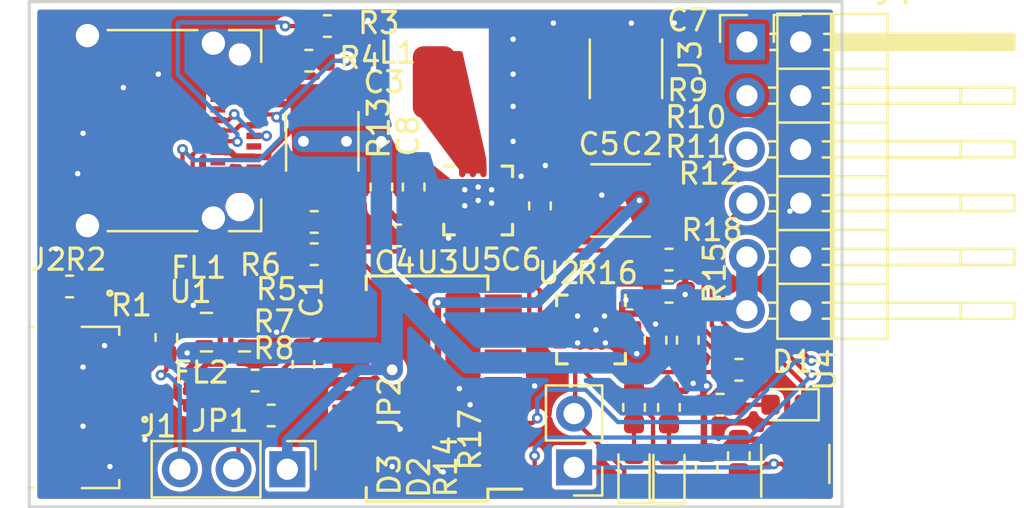
<source format=kicad_pcb>
(kicad_pcb (version 20171130) (host pcbnew 5.0.2-bee76a0~70~ubuntu18.04.1)
  (layers (0 F.Cu signal) (31 B.Cu signal) (34 B.Paste user hide) (35 F.Paste user) (36 B.SilkS user hide) (37 F.SilkS user hide) (38 B.Mask user hide) (39 F.Mask user hide) (44 Edge.Cuts user))
  (net 0 "")
  (net 1 USB_C_D_N)
  (net 2 USB_C_D_P)
  (net 3 +3V3)
  (net 4 "Net-(L1-Pad2)")
  (net 5 +5V)
  (net 6 "Net-(D1-Pad2)")
  (net 7 "Net-(JP2-Pad1)")
  (net 8 "Net-(D3-Pad2)")
  (net 9 "Net-(D2-Pad2)")
  (net 10 "Net-(D2-Pad1)")
  (net 11 "Net-(C4-Pad1)")
  (net 12 "Net-(R11-Pad1)")
  (net 13 GND)
  (net 14 "Net-(R10-Pad2)")
  (net 15 "Net-(R9-Pad2)")
  (net 16 "Net-(R1-Pad1)")
  (net 17 "Net-(J2-PadB5)")
  (net 18 "Net-(J2-PadA5)")
  (net 19 "Net-(R5-Pad2)")
  (net 20 "Net-(R6-Pad2)")
  (net 21 "Net-(JP1-Pad2)")
  (net 22 "Net-(R7-Pad2)")
  (net 23 "Net-(J1-Pad1)")
  (net 24 "Net-(D1-Pad1)")
  (net 25 "Net-(U3-Pad2)")
  (net 26 "Net-(U3-Pad3)")
  (net 27 "Net-(U3-Pad6)")
  (net 28 "Net-(U3-Pad9)")
  (net 29 "Net-(U3-Pad10)")
  (net 30 "Net-(U3-Pad11)")
  (net 31 "Net-(U3-Pad12)")
  (net 32 "Net-(U3-Pad13)")
  (net 33 "Net-(U3-Pad14)")
  (net 34 "Net-(C1-Pad1)")
  (net 35 "Net-(U3-Pad22)")
  (net 36 "Net-(U3-Pad23)")
  (net 37 "Net-(U3-Pad27)")
  (net 38 "Net-(U3-Pad28)")
  (net 39 "Net-(U5-Pad7)")
  (net 40 "Net-(U5-Pad8)")
  (net 41 "Net-(C6-Pad1)")
  (net 42 "Net-(U2-Pad15)")
  (net 43 "Net-(U2-Pad14)")
  (net 44 "Net-(U2-Pad11)")
  (net 45 "Net-(D3-Pad1)")
  (net 46 "Net-(U2-Pad8)")
  (net 47 "Net-(U2-Pad5)")
  (net 48 "Net-(U2-Pad4)")
  (net 49 "Net-(U2-Pad1)")
  (net 50 "Net-(J1-Pad4)")
  (net 51 "Net-(J2-PadA2)")
  (net 52 "Net-(J2-PadA3)")
  (net 53 "Net-(J2-PadA10)")
  (net 54 "Net-(J2-PadA8)")
  (net 55 "Net-(J2-PadA11)")
  (net 56 "Net-(J2-PadB2)")
  (net 57 "Net-(J2-PadB3)")
  (net 58 "Net-(J2-PadB8)")
  (net 59 "Net-(J2-PadB10)")
  (net 60 "Net-(J2-PadB11)")
  (net 61 /Sheet5C4CE702/USB_B_P)
  (net 62 /Sheet5C4CE702/USB2_P)
  (net 63 /Sheet5C4CE702/USB2_N)
  (net 64 /Sheet5C4CE702/USB_B_N)
  (net 65 /Sheet5C4CE702/USB1_N)
  (net 66 /Sheet5C4CE702/USB1_P)
  (net 67 UART_RX_MIO14)
  (net 68 UART_TX_MIO15)
  (net 69 /Sheet5C4CE702/USB_P)
  (net 70 /Sheet5C4CE702/USB_N)
  (module Package_SO:SSOP-28_5.3x10.2mm_P0.65mm (layer F.Cu) (at 132.08 131.318 180)
    (fp_text reference U3 (at -0.508 5.969 180) (layer F.SilkS))
    (fp_text value FT232RL)
    (pad 1 smd rect (at -3.6 -4.225 180) (size 1.75 0.45) (layers F.Cu F.Paste F.Mask) (net 67 UART_RX_MIO14))
    (pad 2 smd rect (at -3.6 -3.575 180) (size 1.75 0.45) (layers F.Cu F.Paste F.Mask) (net 25 "Net-(U3-Pad2)"))
    (pad 3 smd rect (at -3.6 -2.925 180) (size 1.75 0.45) (layers F.Cu F.Paste F.Mask) (net 26 "Net-(U3-Pad3)"))
    (pad 4 smd rect (at -3.6 -2.275 180) (size 1.75 0.45) (layers F.Cu F.Paste F.Mask) (net 3 +3V3))
    (pad 5 smd rect (at -3.6 -1.625 180) (size 1.75 0.45) (layers F.Cu F.Paste F.Mask) (net 68 UART_TX_MIO15))
    (pad 6 smd rect (at -3.6 -0.975 180) (size 1.75 0.45) (layers F.Cu F.Paste F.Mask) (net 27 "Net-(U3-Pad6)"))
    (pad 7 smd rect (at -3.6 -0.325 180) (size 1.75 0.45) (layers F.Cu F.Paste F.Mask) (net 13 GND))
    (pad 8 smd rect (at -3.6 0.325 180) (size 1.75 0.45) (layers F.Cu F.Paste F.Mask))
    (pad 9 smd rect (at -3.6 0.975 180) (size 1.75 0.45) (layers F.Cu F.Paste F.Mask) (net 28 "Net-(U3-Pad9)"))
    (pad 10 smd rect (at -3.6 1.625 180) (size 1.75 0.45) (layers F.Cu F.Paste F.Mask) (net 29 "Net-(U3-Pad10)"))
    (pad 11 smd rect (at -3.6 2.275 180) (size 1.75 0.45) (layers F.Cu F.Paste F.Mask) (net 30 "Net-(U3-Pad11)"))
    (pad 12 smd rect (at -3.6 2.925 180) (size 1.75 0.45) (layers F.Cu F.Paste F.Mask) (net 31 "Net-(U3-Pad12)"))
    (pad 13 smd rect (at -3.6 3.575 180) (size 1.75 0.45) (layers F.Cu F.Paste F.Mask) (net 32 "Net-(U3-Pad13)"))
    (pad 14 smd rect (at -3.6 4.225 180) (size 1.75 0.45) (layers F.Cu F.Paste F.Mask) (net 33 "Net-(U3-Pad14)"))
    (pad 15 smd rect (at 3.6 4.225 180) (size 1.75 0.45) (layers F.Cu F.Paste F.Mask) (net 69 /Sheet5C4CE702/USB_P))
    (pad 16 smd rect (at 3.6 3.575 180) (size 1.75 0.45) (layers F.Cu F.Paste F.Mask) (net 70 /Sheet5C4CE702/USB_N))
    (pad 17 smd rect (at 3.6 2.925 180) (size 1.75 0.45) (layers F.Cu F.Paste F.Mask) (net 34 "Net-(C1-Pad1)"))
    (pad 18 smd rect (at 3.6 2.275 180) (size 1.75 0.45) (layers F.Cu F.Paste F.Mask) (net 13 GND))
    (pad 19 smd rect (at 3.6 1.625 180) (size 1.75 0.45) (layers F.Cu F.Paste F.Mask) (net 22 "Net-(R7-Pad2)"))
    (pad 20 smd rect (at 3.6 0.975 180) (size 1.75 0.45) (layers F.Cu F.Paste F.Mask) (net 5 +5V))
    (pad 21 smd rect (at 3.6 0.325 180) (size 1.75 0.45) (layers F.Cu F.Paste F.Mask) (net 13 GND))
    (pad 22 smd rect (at 3.6 -0.325 180) (size 1.75 0.45) (layers F.Cu F.Paste F.Mask) (net 35 "Net-(U3-Pad22)"))
    (pad 23 smd rect (at 3.6 -0.975 180) (size 1.75 0.45) (layers F.Cu F.Paste F.Mask) (net 36 "Net-(U3-Pad23)"))
    (pad 24 smd rect (at 3.6 -1.625 180) (size 1.75 0.45) (layers F.Cu F.Paste F.Mask))
    (pad 25 smd rect (at 3.6 -2.275 180) (size 1.75 0.45) (layers F.Cu F.Paste F.Mask) (net 13 GND))
    (pad 26 smd rect (at 3.6 -2.925 180) (size 1.75 0.45) (layers F.Cu F.Paste F.Mask) (net 13 GND))
    (pad 27 smd rect (at 3.6 -3.575 180) (size 1.75 0.45) (layers F.Cu F.Paste F.Mask) (net 37 "Net-(U3-Pad27)"))
    (pad 28 smd rect (at 3.6 -4.225 180) (size 1.75 0.45) (layers F.Cu F.Paste F.Mask) (net 38 "Net-(U3-Pad28)"))
  )
  (module Connector_PinHeader_2.54mm:PinHeader_1x06_P2.54mm_Horizontal (layer F.Cu) (at 149.733 114.935)
    (fp_text reference J4 (at 4.385 -2.27) (layer F.SilkS))
    (fp_text value Conn_01x06)
    (pad 1 thru_hole rect (at 0 0) (size 1.7 1.7) (drill 1) (layers *.Cu *.Mask) (net 13 GND))
    (pad 2 thru_hole oval (at 0 2.54) (size 1.7 1.7) (drill 1) (layers *.Cu *.Mask) (net 13 GND))
    (pad 3 thru_hole oval (at 0 5.08) (size 1.7 1.7) (drill 1) (layers *.Cu *.Mask) (net 13 GND))
    (pad 4 thru_hole oval (at 0 7.62) (size 1.7 1.7) (drill 1) (layers *.Cu *.Mask) (net 13 GND))
    (pad 5 thru_hole oval (at 0 10.16) (size 1.7 1.7) (drill 1) (layers *.Cu *.Mask) (net 13 GND))
    (pad 6 thru_hole oval (at 0 12.7) (size 1.7 1.7) (drill 1) (layers *.Cu *.Mask) (net 13 GND))
  )
  (module Capacitor_SMD:C_0603_1608Metric (layer F.Cu) (at 131.445 121.793 270)
    (fp_text reference C8 (at -2.413 0.254 270) (layer F.SilkS))
    (fp_text value 100nF_603)
    (pad 1 smd roundrect (at -0.7875 0 270) (size 0.875 0.95) (layers F.Cu F.Paste F.Mask) (net 5 +5V))
    (pad 2 smd roundrect (at 0.7875 0 270) (size 0.875 0.95) (layers F.Cu F.Paste F.Mask) (net 13 GND))
  )
  (module Capacitor_SMD:C_0603_1608Metric (layer F.Cu) (at 126.238 130.175 270)
    (fp_text reference C1 (at -3.175 -0.381 270) (layer F.SilkS))
    (fp_text value 100nF_603)
    (pad 2 smd roundrect (at 0.7875 0 270) (size 0.875 0.95) (layers F.Cu F.Paste F.Mask) (net 13 GND))
    (pad 1 smd roundrect (at -0.7875 0 270) (size 0.875 0.95) (layers F.Cu F.Paste F.Mask) (net 34 "Net-(C1-Pad1)"))
  )
  (module Capacitor_SMD:C_0603_1608Metric (layer F.Cu) (at 142.875 129.032 90)
    (fp_text reference C2 (at 9.271 -0.635 180) (layer F.SilkS))
    (fp_text value 100nF_603)
    (pad 1 smd roundrect (at -0.7875 0 90) (size 0.875 0.95) (layers F.Cu F.Paste F.Mask) (net 13 GND))
    (pad 2 smd roundrect (at 0.7875 0 90) (size 0.875 0.95) (layers F.Cu F.Paste F.Mask) (net 5 +5V))
  )
  (module Capacitor_SMD:C_0603_1608Metric (layer F.Cu) (at 130.683 124.079 180)
    (fp_text reference C4 (at 0.127 -1.27 180) (layer F.SilkS))
    (fp_text value 100nF_603)
    (pad 2 smd roundrect (at 0.7875 0 180) (size 0.875 0.95) (layers F.Cu F.Paste F.Mask) (net 13 GND))
    (pad 1 smd roundrect (at -0.7875 0 180) (size 0.875 0.95) (layers F.Cu F.Paste F.Mask) (net 11 "Net-(C4-Pad1)"))
  )
  (module Capacitor_SMD:C_0603_1608Metric (layer F.Cu) (at 137.414 122.682 90)
    (fp_text reference C6 (at -2.54 -0.889 180) (layer F.SilkS))
    (fp_text value 100nF_603)
    (pad 1 smd roundrect (at -0.7875 0 90) (size 0.875 0.95) (layers F.Cu F.Paste F.Mask) (net 41 "Net-(C6-Pad1)"))
    (pad 2 smd roundrect (at 0.7875 0 90) (size 0.875 0.95) (layers F.Cu F.Paste F.Mask) (net 13 GND))
  )
  (module Capacitor_SMD:C_1812_4532Metric (layer F.Cu) (at 127.127 119.634 270)
    (fp_text reference C3 (at -2.794 -2.921) (layer F.SilkS))
    (fp_text value 22uF_lo_ESR)
    (pad 1 smd roundrect (at -2.1375 0 270) (size 1.125 3.4) (layers F.Cu F.Paste F.Mask) (roundrect_rratio 0.222222) (net 5 +5V))
    (pad 2 smd roundrect (at 2.1375 0 270) (size 1.125 3.4) (layers F.Cu F.Paste F.Mask) (roundrect_rratio 0.222222) (net 13 GND))
  )
  (module Capacitor_SMD:C_1812_4532Metric (layer F.Cu) (at 141.224 122.428 180)
    (fp_text reference C5 (at 1.016 2.667 180) (layer F.SilkS))
    (fp_text value 22uF_lo_ESR)
    (pad 2 smd roundrect (at 2.1375 0 180) (size 1.125 3.4) (layers F.Cu F.Paste F.Mask) (roundrect_rratio 0.222222) (net 13 GND))
    (pad 1 smd roundrect (at -2.1375 0 180) (size 1.125 3.4) (layers F.Cu F.Paste F.Mask) (roundrect_rratio 0.222222) (net 3 +3V3))
  )
  (module Capacitor_SMD:C_1812_4532Metric (layer F.Cu) (at 141.478 116.205 90)
    (fp_text reference C7 (at 2.286 2.921 180) (layer F.SilkS))
    (fp_text value 22uF_lo_ESR)
    (pad 1 smd roundrect (at -2.1375 0 90) (size 1.125 3.4) (layers F.Cu F.Paste F.Mask) (roundrect_rratio 0.222222) (net 3 +3V3))
    (pad 2 smd roundrect (at 2.1375 0 90) (size 1.125 3.4) (layers F.Cu F.Paste F.Mask) (roundrect_rratio 0.222222) (net 13 GND))
  )
  (module Connector_PinHeader_2.54mm:PinHeader_1x02_P2.54mm_Vertical (layer F.Cu) (at 139.0269 135.0391 180)
    (fp_text reference JP2 (at 8.7249 2.9591 270) (layer F.SilkS))
    (fp_text value Jumper_NO_Small)
    (pad 1 thru_hole rect (at 0 0 180) (size 1.7 1.7) (drill 1) (layers *.Cu *.Mask) (net 7 "Net-(JP2-Pad1)"))
    (pad 2 thru_hole oval (at 0 2.54 180) (size 1.7 1.7) (drill 1) (layers *.Cu *.Mask) (net 45 "Net-(D3-Pad1)"))
  )
  (module Connector_PinHeader_2.54mm:PinHeader_1x03_P2.54mm_Vertical (layer F.Cu) (at 125.476 135.128 270)
    (fp_text reference JP1 (at -2.286 3.175) (layer F.SilkS))
    (fp_text value Jumper_3_Bridged12)
    (pad 1 thru_hole rect (at 0 0 270) (size 1.7 1.7) (drill 1) (layers *.Cu *.Mask) (net 5 +5V))
    (pad 2 thru_hole oval (at 0 2.54 270) (size 1.7 1.7) (drill 1) (layers *.Cu *.Mask) (net 21 "Net-(JP1-Pad2)"))
    (pad 3 thru_hole oval (at 0 5.08 270) (size 1.7 1.7) (drill 1) (layers *.Cu *.Mask) (net 23 "Net-(J1-Pad1)"))
  )
  (module Connector_PinHeader_2.54mm:PinHeader_1x06_P2.54mm_Horizontal (layer F.Cu) (at 147.193 114.935)
    (fp_text reference J3 (at -2.667 0.762 90) (layer F.SilkS))
    (fp_text value Conn_01x06)
    (pad 1 thru_hole rect (at 0 0) (size 1.7 1.7) (drill 1) (layers *.Cu *.Mask) (net 3 +3V3))
    (pad 2 thru_hole oval (at 0 2.54) (size 1.7 1.7) (drill 1) (layers *.Cu *.Mask) (net 3 +3V3))
    (pad 3 thru_hole oval (at 0 5.08) (size 1.7 1.7) (drill 1) (layers *.Cu *.Mask) (net 67 UART_RX_MIO14))
    (pad 4 thru_hole oval (at 0 7.62) (size 1.7 1.7) (drill 1) (layers *.Cu *.Mask) (net 68 UART_TX_MIO15))
    (pad 5 thru_hole oval (at 0 10.16) (size 1.7 1.7) (drill 1) (layers *.Cu *.Mask) (net 5 +5V))
    (pad 6 thru_hole oval (at 0 12.7) (size 1.7 1.7) (drill 1) (layers *.Cu *.Mask) (net 5 +5V))
  )
  (module Connector_USB:USB_C_Receptacle_Amphenol_12401610E4-2A_CircularHoles (layer F.Cu) (at 118.872 119.126 270)
    (fp_text reference J2 (at 6.096 4.699) (layer F.SilkS))
    (fp_text value USB_C_Receptacle)
    (pad S1 thru_hole circle (at -4.13 -3.11 270) (size 1.4 1.4) (drill 1.1) (layers *.Cu *.Mask) (net 13 GND))
    (pad A1 smd rect (at -2.75 -5.02 270) (size 0.3 0.7) (layers F.Cu F.Paste F.Mask) (net 13 GND))
    (pad A2 smd rect (at -2.25 -5.02 270) (size 0.3 0.7) (layers F.Cu F.Paste F.Mask) (net 51 "Net-(J2-PadA2)"))
    (pad A3 smd rect (at -1.75 -5.02 270) (size 0.3 0.7) (layers F.Cu F.Paste F.Mask) (net 52 "Net-(J2-PadA3)"))
    (pad A4 smd rect (at -1.25 -5.02 270) (size 0.3 0.7) (layers F.Cu F.Paste F.Mask) (net 5 +5V))
    (pad A5 smd rect (at -0.75 -5.02 270) (size 0.3 0.7) (layers F.Cu F.Paste F.Mask) (net 18 "Net-(J2-PadA5)"))
    (pad A6 smd rect (at -0.25 -5.02 270) (size 0.3 0.7) (layers F.Cu F.Paste F.Mask) (net 2 USB_C_D_P))
    (pad A7 smd rect (at 0.25 -5.02 270) (size 0.3 0.7) (layers F.Cu F.Paste F.Mask) (net 1 USB_C_D_N))
    (pad A12 smd rect (at 2.75 -5.02 270) (size 0.3 0.7) (layers F.Cu F.Paste F.Mask) (net 13 GND))
    (pad A10 smd rect (at 1.75 -5.02 270) (size 0.3 0.7) (layers F.Cu F.Paste F.Mask) (net 53 "Net-(J2-PadA10)"))
    (pad A9 smd rect (at 1.25 -5.02 270) (size 0.3 0.7) (layers F.Cu F.Paste F.Mask) (net 5 +5V))
    (pad A8 smd rect (at 0.75 -5.02 270) (size 0.3 0.7) (layers F.Cu F.Paste F.Mask) (net 54 "Net-(J2-PadA8)"))
    (pad A11 smd rect (at 2.25 -5.02 270) (size 0.3 0.7) (layers F.Cu F.Paste F.Mask) (net 55 "Net-(J2-PadA11)"))
    (pad B1 smd rect (at 2.5 -3.32 270) (size 0.3 0.7) (layers F.Cu F.Paste F.Mask) (net 13 GND))
    (pad S1 thru_hole circle (at 4.13 -3.11 270) (size 1.4 1.4) (drill 1.1) (layers *.Cu *.Mask) (net 13 GND))
    (pad S1 thru_hole circle (at 4.49 2.84 270) (size 1.4 1.4) (drill 1.1) (layers *.Cu *.Mask) (net 13 GND))
    (pad S1 thru_hole circle (at -4.49 2.84 270) (size 1.4 1.4) (drill 1.1) (layers *.Cu *.Mask) (net 13 GND))
    (pad "" np_thru_hole circle (at 3.6 -4.36 270) (size 0.95 0.95) (drill 0.95) (layers *.Cu *.Mask))
    (pad "" np_thru_hole circle (at -3.6 -4.36 270) (size 0.65 0.65) (drill 0.65) (layers *.Cu *.Mask))
    (pad B2 smd rect (at 2 -3.32 270) (size 0.3 0.7) (layers F.Cu F.Paste F.Mask) (net 56 "Net-(J2-PadB2)"))
    (pad B3 smd rect (at 1.5 -3.32 270) (size 0.3 0.7) (layers F.Cu F.Paste F.Mask) (net 57 "Net-(J2-PadB3)"))
    (pad B4 smd rect (at 1 -3.32 270) (size 0.3 0.7) (layers F.Cu F.Paste F.Mask) (net 5 +5V))
    (pad B5 smd rect (at 0.5 -3.32 270) (size 0.3 0.7) (layers F.Cu F.Paste F.Mask) (net 17 "Net-(J2-PadB5)"))
    (pad B6 smd rect (at 0 -3.32 270) (size 0.3 0.7) (layers F.Cu F.Paste F.Mask) (net 2 USB_C_D_P))
    (pad B7 smd rect (at -0.5 -3.32 270) (size 0.3 0.7) (layers F.Cu F.Paste F.Mask) (net 1 USB_C_D_N))
    (pad B8 smd rect (at -1 -3.32 270) (size 0.3 0.7) (layers F.Cu F.Paste F.Mask) (net 58 "Net-(J2-PadB8)"))
    (pad B9 smd rect (at -1.5 -3.32 270) (size 0.3 0.7) (layers F.Cu F.Paste F.Mask) (net 5 +5V))
    (pad B10 smd rect (at -2 -3.32 270) (size 0.3 0.7) (layers F.Cu F.Paste F.Mask) (net 59 "Net-(J2-PadB10)"))
    (pad B11 smd rect (at -2.5 -3.32 270) (size 0.3 0.7) (layers F.Cu F.Paste F.Mask) (net 60 "Net-(J2-PadB11)"))
    (pad B12 smd rect (at -3 -3.32 270) (size 0.3 0.7) (layers F.Cu F.Paste F.Mask) (net 13 GND))
  )
  (module Connector_USB:USB_Micro-B_Molex_47346-0001 (layer F.Cu) (at 115.824 132.207 270)
    (fp_text reference J1 (at 0.889 -3.556 180) (layer F.SilkS))
    (fp_text value USB_miniB)
    (pad 1 smd rect (at -1.3 -1.46 270) (size 0.45 1.38) (layers F.Cu F.Paste F.Mask) (net 23 "Net-(J1-Pad1)"))
    (pad 2 smd rect (at -0.65 -1.46 270) (size 0.45 1.38) (layers F.Cu F.Paste F.Mask) (net 64 /Sheet5C4CE702/USB_B_N))
    (pad 3 smd rect (at 0 -1.46 270) (size 0.45 1.38) (layers F.Cu F.Paste F.Mask) (net 61 /Sheet5C4CE702/USB_B_P))
    (pad 4 smd rect (at 0.65 -1.46 270) (size 0.45 1.38) (layers F.Cu F.Paste F.Mask) (net 50 "Net-(J1-Pad4)"))
    (pad 5 smd rect (at 1.3 -1.46 270) (size 0.45 1.38) (layers F.Cu F.Paste F.Mask) (net 13 GND))
    (pad 6 smd rect (at -2.4625 -1.1 270) (size 1.475 2.1) (layers F.Cu F.Paste F.Mask) (net 13 GND))
    (pad 6 smd rect (at 2.4625 -1.1 270) (size 1.475 2.1) (layers F.Cu F.Paste F.Mask) (net 13 GND))
    (pad 6 smd rect (at -2.91 1.2 270) (size 2.375 1.9) (layers F.Cu F.Paste F.Mask) (net 13 GND))
    (pad 6 smd rect (at 2.91 1.2 270) (size 2.375 1.9) (layers F.Cu F.Paste F.Mask) (net 13 GND))
    (pad 6 smd rect (at -0.84 1.2 270) (size 1.175 1.9) (layers F.Cu F.Paste F.Mask) (net 13 GND))
    (pad 6 smd rect (at 0.84 1.2 270) (size 1.175 1.9) (layers F.Cu F.Paste F.Mask) (net 13 GND))
  )
  (module LED_SMD:LED_0603_1608Metric (layer F.Cu) (at 143.51 135.255 90)
    (fp_text reference D2 (at -0.254 -11.811 270) (layer F.SilkS))
    (fp_text value LED)
    (pad 1 smd roundrect (at -0.7875 0 90) (size 0.875 0.95) (layers F.Cu F.Paste F.Mask) (net 10 "Net-(D2-Pad1)"))
    (pad 2 smd roundrect (at 0.7875 0 90) (size 0.875 0.95) (layers F.Cu F.Paste F.Mask) (net 9 "Net-(D2-Pad2)"))
  )
  (module LED_SMD:LED_0603_1608Metric (layer F.Cu) (at 149.098 132.08 180)
    (fp_text reference D1 (at -0.254 2.032 180) (layer F.SilkS))
    (fp_text value LED)
    (pad 2 smd roundrect (at 0.7875 0 180) (size 0.875 0.95) (layers F.Cu F.Paste F.Mask) (net 6 "Net-(D1-Pad2)"))
    (pad 1 smd roundrect (at -0.7875 0 180) (size 0.875 0.95) (layers F.Cu F.Paste F.Mask) (net 24 "Net-(D1-Pad1)"))
  )
  (module LED_SMD:LED_0603_1608Metric (layer F.Cu) (at 141.859 135.2295 90)
    (fp_text reference D3 (at -0.1525 -11.557 90) (layer F.SilkS))
    (fp_text value LED)
    (pad 1 smd roundrect (at -0.7875 0 90) (size 0.875 0.95) (layers F.Cu F.Paste F.Mask) (net 45 "Net-(D3-Pad1)"))
    (pad 2 smd roundrect (at 0.7875 0 90) (size 0.875 0.95) (layers F.Cu F.Paste F.Mask) (net 8 "Net-(D3-Pad2)"))
  )
  (module Package_DFN_QFN:QFN-16-1EP_3x3mm_P0.5mm_EP1.8x1.8mm (layer F.Cu) (at 139.827 128.524 270)
    (fp_text reference U2 (at -2.667 1.524) (layer F.SilkS))
    (fp_text value UTC2000)
    (pad 17 smd rect (at 0 0 270) (size 1.8 1.8) (layers F.Cu F.Mask) (net 13 GND))
    (pad 16 smd oval (at -0.75 -1.475) (size 0.75 0.3) (layers F.Cu F.Paste F.Mask) (net 5 +5V))
    (pad 15 smd oval (at -0.25 -1.475) (size 0.75 0.3) (layers F.Cu F.Paste F.Mask) (net 42 "Net-(U2-Pad15)"))
    (pad 14 smd oval (at 0.25 -1.475) (size 0.75 0.3) (layers F.Cu F.Paste F.Mask) (net 43 "Net-(U2-Pad14)"))
    (pad 13 smd oval (at 0.75 -1.475) (size 0.75 0.3) (layers F.Cu F.Paste F.Mask) (net 13 GND))
    (pad 12 smd oval (at 1.475 -0.75 270) (size 0.75 0.3) (layers F.Cu F.Paste F.Mask) (net 12 "Net-(R11-Pad1)"))
    (pad 11 smd oval (at 1.475 -0.25 270) (size 0.75 0.3) (layers F.Cu F.Paste F.Mask) (net 44 "Net-(U2-Pad11)"))
    (pad 10 smd oval (at 1.475 0.25 270) (size 0.75 0.3) (layers F.Cu F.Paste F.Mask) (net 10 "Net-(D2-Pad1)"))
    (pad 9 smd oval (at 1.475 0.75 270) (size 0.75 0.3) (layers F.Cu F.Paste F.Mask) (net 45 "Net-(D3-Pad1)"))
    (pad 8 smd oval (at 0.75 1.475) (size 0.75 0.3) (layers F.Cu F.Paste F.Mask) (net 46 "Net-(U2-Pad8)"))
    (pad 7 smd oval (at 0.25 1.475) (size 0.75 0.3) (layers F.Cu F.Paste F.Mask) (net 19 "Net-(R5-Pad2)"))
    (pad 6 smd oval (at -0.25 1.475) (size 0.75 0.3) (layers F.Cu F.Paste F.Mask) (net 20 "Net-(R6-Pad2)"))
    (pad 5 smd oval (at -0.75 1.475) (size 0.75 0.3) (layers F.Cu F.Paste F.Mask) (net 47 "Net-(U2-Pad5)"))
    (pad 4 smd oval (at -1.475 0.75 270) (size 0.75 0.3) (layers F.Cu F.Paste F.Mask) (net 48 "Net-(U2-Pad4)"))
    (pad 3 smd oval (at -1.475 0.25 270) (size 0.75 0.3) (layers F.Cu F.Paste F.Mask) (net 15 "Net-(R9-Pad2)"))
    (pad 2 smd oval (at -1.475 -0.25 270) (size 0.75 0.3) (layers F.Cu F.Paste F.Mask) (net 14 "Net-(R10-Pad2)"))
    (pad 1 smd oval (at -1.475 -0.75 270) (size 0.75 0.3) (layers F.Cu F.Paste F.Mask) (net 49 "Net-(U2-Pad1)"))
  )
  (module Package_DFN_QFN:QFN-16-1EP_3x3mm_P0.5mm_EP1.8x1.8mm (layer F.Cu) (at 134.493 122.428)
    (fp_text reference U5 (at 0.127 2.794) (layer F.SilkS))
    (fp_text value SC185)
    (pad 1 smd oval (at -1.475 -0.75) (size 0.75 0.3) (layers F.Cu F.Paste F.Mask) (net 5 +5V))
    (pad 2 smd oval (at -1.475 -0.25) (size 0.75 0.3) (layers F.Cu F.Paste F.Mask) (net 5 +5V))
    (pad 3 smd oval (at -1.475 0.25) (size 0.75 0.3) (layers F.Cu F.Paste F.Mask) (net 13 GND))
    (pad 4 smd oval (at -1.475 0.75) (size 0.75 0.3) (layers F.Cu F.Paste F.Mask) (net 11 "Net-(C4-Pad1)"))
    (pad 5 smd oval (at -0.75 1.475 90) (size 0.75 0.3) (layers F.Cu F.Paste F.Mask) (net 13 GND))
    (pad 6 smd oval (at -0.25 1.475 90) (size 0.75 0.3) (layers F.Cu F.Paste F.Mask) (net 24 "Net-(D1-Pad1)"))
    (pad 7 smd oval (at 0.25 1.475 90) (size 0.75 0.3) (layers F.Cu F.Paste F.Mask) (net 39 "Net-(U5-Pad7)"))
    (pad 8 smd oval (at 0.75 1.475 90) (size 0.75 0.3) (layers F.Cu F.Paste F.Mask) (net 40 "Net-(U5-Pad8)"))
    (pad 9 smd oval (at 1.475 0.75) (size 0.75 0.3) (layers F.Cu F.Paste F.Mask) (net 41 "Net-(C6-Pad1)"))
    (pad 10 smd oval (at 1.475 0.25) (size 0.75 0.3) (layers F.Cu F.Paste F.Mask) (net 3 +3V3))
    (pad 11 smd oval (at 1.475 -0.25) (size 0.75 0.3) (layers F.Cu F.Paste F.Mask) (net 13 GND))
    (pad 12 smd oval (at 1.475 -0.75) (size 0.75 0.3) (layers F.Cu F.Paste F.Mask) (net 13 GND))
    (pad 13 smd oval (at 0.75 -1.475 90) (size 0.75 0.3) (layers F.Cu F.Paste F.Mask) (net 13 GND))
    (pad 14 smd oval (at 0.25 -1.475 90) (size 0.75 0.3) (layers F.Cu F.Paste F.Mask) (net 4 "Net-(L1-Pad2)"))
    (pad 15 smd oval (at -0.25 -1.475 90) (size 0.75 0.3) (layers F.Cu F.Paste F.Mask) (net 4 "Net-(L1-Pad2)"))
    (pad 16 smd oval (at -0.75 -1.475 90) (size 0.75 0.3) (layers F.Cu F.Paste F.Mask) (net 4 "Net-(L1-Pad2)"))
    (pad 17 smd rect (at 0 0) (size 1.8 1.8) (layers F.Cu F.Mask) (net 13 GND))
  )
  (module Package_DFN_QFN:UQFN-10_1.6x2.1mm_P0.5mm (layer F.Cu) (at 122.555 128.651 270)
    (fp_text reference U1 (at -1.905 1.651) (layer F.SilkS))
    (fp_text value USB3740B-AI9)
    (pad 1 smd roundrect (at -0.625 -0.25 270) (size 1.05 0.25) (layers F.Cu F.Paste F.Mask) (net 65 /Sheet5C4CE702/USB1_N))
    (pad 2 smd roundrect (at -0.625 0.25 270) (size 1.05 0.25) (layers F.Cu F.Paste F.Mask) (net 66 /Sheet5C4CE702/USB1_P))
    (pad 3 smd roundrect (at -0.5 1 270) (size 0.25 0.8) (layers F.Cu F.Paste F.Mask) (net 13 GND))
    (pad 4 smd roundrect (at 0 1 270) (size 0.25 0.8) (layers F.Cu F.Paste F.Mask) (net 16 "Net-(R1-Pad1)"))
    (pad 5 smd roundrect (at 0.5 1 270) (size 0.25 0.8) (layers F.Cu F.Paste F.Mask) (net 5 +5V))
    (pad 6 smd roundrect (at 0.625 0.25 270) (size 1.05 0.25) (layers F.Cu F.Paste F.Mask) (net 62 /Sheet5C4CE702/USB2_P))
    (pad 7 smd roundrect (at 0.625 -0.25 270) (size 1.05 0.25) (layers F.Cu F.Paste F.Mask) (net 63 /Sheet5C4CE702/USB2_N))
    (pad 8 smd roundrect (at 0.5 -1 270) (size 0.25 0.8) (layers F.Cu F.Paste F.Mask) (net 13 GND))
    (pad 9 smd roundrect (at 0 -1 270) (size 0.25 0.8) (layers F.Cu F.Paste F.Mask) (net 70 /Sheet5C4CE702/USB_N))
    (pad 10 smd roundrect (at -0.5 -1 270) (size 0.25 0.8) (layers F.Cu F.Paste F.Mask) (net 69 /Sheet5C4CE702/USB_P))
  )
  (module Package_TO_SOT_SMD:SOT-23-5 (layer F.Cu) (at 149.479 134.874 90)
    (fp_text reference U4 (at 4.445 1.397 90) (layer F.SilkS))
    (fp_text value 74LVC1G00)
    (pad 1 smd rect (at -1.1 -0.95 90) (size 1.06 0.65) (layers F.Cu F.Paste F.Mask) (net 10 "Net-(D2-Pad1)"))
    (pad 2 smd rect (at -1.1 0 90) (size 1.06 0.65) (layers F.Cu F.Paste F.Mask) (net 7 "Net-(JP2-Pad1)"))
    (pad 3 smd rect (at -1.1 0.95 90) (size 1.06 0.65) (layers F.Cu F.Paste F.Mask) (net 13 GND))
    (pad 4 smd rect (at 1.1 0.95 90) (size 1.06 0.65) (layers F.Cu F.Paste F.Mask) (net 24 "Net-(D1-Pad1)"))
    (pad 5 smd rect (at 1.1 -0.95 90) (size 1.06 0.65) (layers F.Cu F.Paste F.Mask) (net 5 +5V))
  )
  (module Resistor_SMD:R_0603_1608Metric (layer F.Cu) (at 119.761 128.905 270)
    (fp_text reference R1 (at -1.524 1.651) (layer F.SilkS))
    (fp_text value R100k)
    (pad 2 smd roundrect (at 0.7875 0 270) (size 0.875 0.95) (layers F.Cu F.Paste F.Mask) (net 23 "Net-(J1-Pad1)"))
    (pad 1 smd roundrect (at -0.7875 0 270) (size 0.875 0.95) (layers F.Cu F.Paste F.Mask) (net 16 "Net-(R1-Pad1)"))
  )
  (module Resistor_SMD:R_0603_1608Metric (layer F.Cu) (at 146.812 130.429 180)
    (fp_text reference R12 (at 1.397 9.271) (layer F.SilkS))
    (fp_text value 35k7)
    (pad 1 smd roundrect (at -0.7875 0 180) (size 0.875 0.95) (layers F.Cu F.Paste F.Mask) (net 5 +5V))
    (pad 2 smd roundrect (at 0.7875 0 180) (size 0.875 0.95) (layers F.Cu F.Paste F.Mask) (net 12 "Net-(R11-Pad1)"))
  )
  (module Resistor_SMD:R_0603_1608Metric (layer F.Cu) (at 124.714 132.588)
    (fp_text reference R8 (at 0.127 -3.175) (layer F.SilkS))
    (fp_text value R10k)
    (pad 2 smd roundrect (at 0.7875 0) (size 0.875 0.95) (layers F.Cu F.Paste F.Mask) (net 13 GND))
    (pad 1 smd roundrect (at -0.7875 0) (size 0.875 0.95) (layers F.Cu F.Paste F.Mask) (net 22 "Net-(R7-Pad2)"))
  )
  (module Resistor_SMD:R_0603_1608Metric (layer F.Cu) (at 123.952 130.937)
    (fp_text reference R7 (at 0.889 -2.794) (layer F.SilkS))
    (fp_text value R4k7)
    (pad 2 smd roundrect (at 0.7875 0) (size 0.875 0.95) (layers F.Cu F.Paste F.Mask) (net 22 "Net-(R7-Pad2)"))
    (pad 1 smd roundrect (at -0.7875 0) (size 0.875 0.95) (layers F.Cu F.Paste F.Mask) (net 21 "Net-(JP1-Pad2)"))
  )
  (module Resistor_SMD:R_0603_1608Metric (layer F.Cu) (at 126.746 123.444)
    (fp_text reference R6 (at -2.54 2.032) (layer F.SilkS))
    (fp_text value R10k)
    (pad 2 smd roundrect (at 0.7875 0) (size 0.875 0.95) (layers F.Cu F.Paste F.Mask) (net 20 "Net-(R6-Pad2)"))
    (pad 1 smd roundrect (at -0.7875 0) (size 0.875 0.95) (layers F.Cu F.Paste F.Mask) (net 17 "Net-(J2-PadB5)"))
  )
  (module Resistor_SMD:R_0603_1608Metric (layer F.Cu) (at 126.746 124.968)
    (fp_text reference R5 (at -1.778 1.651) (layer F.SilkS))
    (fp_text value R10k)
    (pad 1 smd roundrect (at -0.7875 0) (size 0.875 0.95) (layers F.Cu F.Paste F.Mask) (net 18 "Net-(J2-PadA5)"))
    (pad 2 smd roundrect (at 0.7875 0) (size 0.875 0.95) (layers F.Cu F.Paste F.Mask) (net 19 "Net-(R5-Pad2)"))
  )
  (module Resistor_SMD:R_0603_1608Metric (layer F.Cu) (at 126.492 115.824 180)
    (fp_text reference R4 (at -2.413 0.127 180) (layer F.SilkS))
    (fp_text value 5k1)
    (pad 2 smd roundrect (at 0.7875 0 180) (size 0.875 0.95) (layers F.Cu F.Paste F.Mask) (net 13 GND))
    (pad 1 smd roundrect (at -0.7875 0 180) (size 0.875 0.95) (layers F.Cu F.Paste F.Mask) (net 18 "Net-(J2-PadA5)"))
  )
  (module Resistor_SMD:R_0603_1608Metric (layer F.Cu) (at 127.3683 114.1857)
    (fp_text reference R3 (at 2.4257 -0.1397) (layer F.SilkS))
    (fp_text value 5k1)
    (pad 1 smd roundrect (at -0.7875 0) (size 0.875 0.95) (layers F.Cu F.Paste F.Mask) (net 17 "Net-(J2-PadB5)"))
    (pad 2 smd roundrect (at 0.7875 0) (size 0.875 0.95) (layers F.Cu F.Paste F.Mask) (net 13 GND))
  )
  (module Resistor_SMD:R_0603_1608Metric (layer F.Cu) (at 115.189 126.492)
    (fp_text reference R2 (at 0.762 -1.27) (layer F.SilkS))
    (fp_text value R100k)
    (pad 2 smd roundrect (at 0.7875 0) (size 0.875 0.95) (layers F.Cu F.Paste F.Mask) (net 16 "Net-(R1-Pad1)"))
    (pad 1 smd roundrect (at -0.7875 0) (size 0.875 0.95) (layers F.Cu F.Paste F.Mask) (net 13 GND))
  )
  (module Resistor_SMD:R_0603_1608Metric (layer F.Cu) (at 143.51 125.222 180)
    (fp_text reference R9 (at -0.889 8.001 180) (layer F.SilkS))
    (fp_text value R10k)
    (pad 1 smd roundrect (at -0.7875 0 180) (size 0.875 0.95) (layers F.Cu F.Paste F.Mask) (net 5 +5V))
    (pad 2 smd roundrect (at 0.7875 0 180) (size 0.875 0.95) (layers F.Cu F.Paste F.Mask) (net 15 "Net-(R9-Pad2)"))
  )
  (module Resistor_SMD:R_0603_1608Metric (layer F.Cu) (at 143.51 126.746 180)
    (fp_text reference R10 (at -1.27 8.255 180) (layer F.SilkS))
    (fp_text value R10k)
    (pad 2 smd roundrect (at 0.7875 0 180) (size 0.875 0.95) (layers F.Cu F.Paste F.Mask) (net 14 "Net-(R10-Pad2)"))
    (pad 1 smd roundrect (at -0.7875 0 180) (size 0.875 0.95) (layers F.Cu F.Paste F.Mask) (net 5 +5V))
  )
  (module Resistor_SMD:R_0603_1608Metric (layer F.Cu) (at 144.399 129.032 270)
    (fp_text reference R11 (at -9.144 -0.381) (layer F.SilkS))
    (fp_text value 5k1)
    (pad 1 smd roundrect (at -0.7875 0 270) (size 0.875 0.95) (layers F.Cu F.Paste F.Mask) (net 12 "Net-(R11-Pad1)"))
    (pad 2 smd roundrect (at 0.7875 0 270) (size 0.875 0.95) (layers F.Cu F.Paste F.Mask) (net 13 GND))
  )
  (module Resistor_SMD:R_0603_1608Metric (layer F.Cu) (at 129.921 121.793 90)
    (fp_text reference R13 (at 2.794 -0.127 90) (layer F.SilkS))
    (fp_text value 1)
    (pad 2 smd roundrect (at 0.7875 0 90) (size 0.875 0.95) (layers F.Cu F.Paste F.Mask) (net 5 +5V))
    (pad 1 smd roundrect (at -0.7875 0 90) (size 0.875 0.95) (layers F.Cu F.Paste F.Mask) (net 11 "Net-(C4-Pad1)"))
  )
  (module Resistor_SMD:R_0603_1608Metric (layer F.Cu) (at 145.288 135.128 270)
    (fp_text reference R14 (at -0.127 12.319 270) (layer F.SilkS))
    (fp_text value R100k)
    (pad 1 smd roundrect (at -0.7875 0 270) (size 0.875 0.95) (layers F.Cu F.Paste F.Mask) (net 5 +5V))
    (pad 2 smd roundrect (at 0.7875 0 270) (size 0.875 0.95) (layers F.Cu F.Paste F.Mask) (net 10 "Net-(D2-Pad1)"))
  )
  (module Resistor_SMD:R_0603_1608Metric (layer F.Cu) (at 143.51 132.207 270)
    (fp_text reference R15 (at -6.35 -2.159 270) (layer F.SilkS))
    (fp_text value 1k5)
    (pad 2 smd roundrect (at 0.7875 0 270) (size 0.875 0.95) (layers F.Cu F.Paste F.Mask) (net 9 "Net-(D2-Pad2)"))
    (pad 1 smd roundrect (at -0.7875 0 270) (size 0.875 0.95) (layers F.Cu F.Paste F.Mask) (net 5 +5V))
  )
  (module Resistor_SMD:R_0603_1608Metric (layer F.Cu) (at 141.859 132.207 270)
    (fp_text reference R16 (at -6.35 1.27) (layer F.SilkS))
    (fp_text value 1k5)
    (pad 1 smd roundrect (at -0.7875 0 270) (size 0.875 0.95) (layers F.Cu F.Paste F.Mask) (net 5 +5V))
    (pad 2 smd roundrect (at 0.7875 0 270) (size 0.875 0.95) (layers F.Cu F.Paste F.Mask) (net 8 "Net-(D3-Pad2)"))
  )
  (module Resistor_SMD:R_0603_1608Metric (layer F.Cu) (at 146.812 134.493 270)
    (fp_text reference R17 (at -0.762 12.7 270) (layer F.SilkS))
    (fp_text value R100k)
    (pad 2 smd roundrect (at 0.7875 0 270) (size 0.875 0.95) (layers F.Cu F.Paste F.Mask) (net 7 "Net-(JP2-Pad1)"))
    (pad 1 smd roundrect (at -0.7875 0 270) (size 0.875 0.95) (layers F.Cu F.Paste F.Mask) (net 5 +5V))
  )
  (module Resistor_SMD:R_0603_1608Metric (layer F.Cu) (at 145.923 132.08)
    (fp_text reference R18 (at -0.381 -8.255 180) (layer F.SilkS))
    (fp_text value 1k5)
    (pad 1 smd roundrect (at -0.7875 0) (size 0.875 0.95) (layers F.Cu F.Paste F.Mask) (net 5 +5V))
    (pad 2 smd roundrect (at 0.7875 0) (size 0.875 0.95) (layers F.Cu F.Paste F.Mask) (net 6 "Net-(D1-Pad2)"))
  )
  (module proj_footprints:L_CDMC6D28 (layer F.Cu) (at 135.255 116.84 180)
    (fp_text reference L1 (at 4.572 1.397 180) (layer F.SilkS))
    (fp_text value 1uH)
    (pad 1 smd roundrect (at -2.85 0 180) (size 2 3.4) (layers F.Cu F.Paste F.Mask) (net 3 +3V3))
    (pad 2 smd roundrect (at 2.85 0 180) (size 2 3.4) (layers F.Cu F.Paste F.Mask) (net 4 "Net-(L1-Pad2)"))
  )
  (module proj_footprints:WE_CNSW (layer F.Cu) (at 118.491 125.857)
    (fp_text reference FL1 (at 2.794 -0.254) (layer F.SilkS))
    (fp_text value EMI_Filter_LL_14)
    (pad 4 smd roundrect (at -0.85 -0.4) (size 0.9 0.4) (layers F.Cu F.Paste F.Mask) (net 1 USB_C_D_N))
    (pad 3 smd roundrect (at 0.85 -0.4) (size 0.9 0.4) (layers F.Cu F.Paste F.Mask) (net 65 /Sheet5C4CE702/USB1_N))
    (pad 2 smd roundrect (at 0.85 0.4) (size 0.9 0.4) (layers F.Cu F.Paste F.Mask) (net 66 /Sheet5C4CE702/USB1_P))
    (pad 1 smd roundrect (at -0.85 0.4) (size 0.9 0.4) (layers F.Cu F.Paste F.Mask) (net 2 USB_C_D_P))
  )
  (module proj_footprints:WE_CNSW (layer F.Cu) (at 120.142 131.826)
    (fp_text reference FL2 (at 1.27 -1.27) (layer F.SilkS))
    (fp_text value EMI_Filter_LL_14)
    (pad 1 smd roundrect (at -0.85 0.4) (size 0.9 0.4) (layers F.Cu F.Paste F.Mask) (net 61 /Sheet5C4CE702/USB_B_P))
    (pad 2 smd roundrect (at 0.85 0.4) (size 0.9 0.4) (layers F.Cu F.Paste F.Mask) (net 62 /Sheet5C4CE702/USB2_P))
    (pad 3 smd roundrect (at 0.85 -0.4) (size 0.9 0.4) (layers F.Cu F.Paste F.Mask) (net 63 /Sheet5C4CE702/USB2_N))
    (pad 4 smd roundrect (at -0.85 -0.4) (size 0.9 0.4) (layers F.Cu F.Paste F.Mask) (net 64 /Sheet5C4CE702/USB_B_N))
  )
  (gr_line (start 113.284 136.906) (end 113.284 113.03) (layer Edge.Cuts) (width 0.15))
  (gr_line (start 151.6888 136.906) (end 113.284 136.906) (layer Edge.Cuts) (width 0.15))
  (gr_line (start 151.6888 113.03) (end 151.6888 136.906) (layer Edge.Cuts) (width 0.15))
  (gr_line (start 113.284 113.03) (end 151.6888 113.03) (layer Edge.Cuts) (width 0.15))
  (segment (start 121.666999 118.626) (end 122.192 118.626) (width 0.2794) (layer F.Cu) (net 1))
  (segment (start 119.04001 118.6474) (end 121.645599 118.6474) (width 0.2794) (layer F.Cu) (net 1))
  (segment (start 117.6338 121.495308) (end 117.641 121.4314) (width 0.2794) (layer F.Cu) (net 1))
  (segment (start 117.612559 121.556011) (end 117.6338 121.495308) (width 0.2794) (layer F.Cu) (net 1))
  (segment (start 117.578343 121.610466) (end 117.612559 121.556011) (width 0.2794) (layer F.Cu) (net 1))
  (segment (start 117.532867 121.655942) (end 117.578343 121.610466) (width 0.2794) (layer F.Cu) (net 1))
  (segment (start 117.641 120.04641) (end 119.04001 118.6474) (width 0.2794) (layer F.Cu) (net 1))
  (segment (start 117.478412 121.690158) (end 117.532867 121.655942) (width 0.2794) (layer F.Cu) (net 1))
  (segment (start 117.417709 121.711399) (end 117.478412 121.690158) (width 0.2794) (layer F.Cu) (net 1))
  (segment (start 117.289891 121.7258) (end 117.417709 121.711399) (width 0.2794) (layer F.Cu) (net 1))
  (segment (start 117.229188 121.747041) (end 117.289891 121.7258) (width 0.2794) (layer F.Cu) (net 1))
  (segment (start 117.129257 121.826733) (end 117.174733 121.781257) (width 0.2794) (layer F.Cu) (net 1))
  (segment (start 117.641 121.4314) (end 117.641 120.04641) (width 0.2794) (layer F.Cu) (net 1))
  (segment (start 117.095041 121.881188) (end 117.129257 121.826733) (width 0.2794) (layer F.Cu) (net 1))
  (segment (start 117.0738 121.941891) (end 117.095041 121.881188) (width 0.2794) (layer F.Cu) (net 1))
  (segment (start 117.578343 122.426733) (end 117.532867 122.381257) (width 0.2794) (layer F.Cu) (net 1))
  (segment (start 117.6338 122.541891) (end 117.612559 122.481188) (width 0.2794) (layer F.Cu) (net 1))
  (segment (start 117.641 122.6058) (end 117.6338 122.541891) (width 0.2794) (layer F.Cu) (net 1))
  (segment (start 117.478412 122.347041) (end 117.417709 122.3258) (width 0.2794) (layer F.Cu) (net 1))
  (segment (start 117.0738 122.095308) (end 117.066599 122.0314) (width 0.2794) (layer F.Cu) (net 1))
  (segment (start 117.641 125.457) (end 117.641 122.6058) (width 0.2794) (layer F.Cu) (net 1))
  (segment (start 117.066599 122.0058) (end 117.0738 121.941891) (width 0.2794) (layer F.Cu) (net 1))
  (segment (start 117.417709 122.3258) (end 117.289891 122.311399) (width 0.2794) (layer F.Cu) (net 1))
  (segment (start 121.645599 118.6474) (end 121.666999 118.626) (width 0.2794) (layer F.Cu) (net 1))
  (segment (start 117.289891 122.311399) (end 117.229188 122.290158) (width 0.2794) (layer F.Cu) (net 1))
  (segment (start 117.532867 122.381257) (end 117.478412 122.347041) (width 0.2794) (layer F.Cu) (net 1))
  (segment (start 117.229188 122.290158) (end 117.174733 122.255942) (width 0.2794) (layer F.Cu) (net 1))
  (segment (start 117.174733 122.255942) (end 117.129257 122.210466) (width 0.2794) (layer F.Cu) (net 1))
  (segment (start 117.129257 122.210466) (end 117.095041 122.156011) (width 0.2794) (layer F.Cu) (net 1))
  (segment (start 117.174733 121.781257) (end 117.229188 121.747041) (width 0.2794) (layer F.Cu) (net 1))
  (segment (start 117.612559 122.481188) (end 117.578343 122.426733) (width 0.2794) (layer F.Cu) (net 1))
  (segment (start 117.066599 122.0314) (end 117.066599 122.0058) (width 0.2794) (layer F.Cu) (net 1))
  (segment (start 117.095041 122.156011) (end 117.0738 122.095308) (width 0.2794) (layer F.Cu) (net 1))
  (segment (start 122.192 118.626) (end 122.697162 118.626) (width 0.2032) (layer F.Cu) (net 1))
  (via (at 122.966129 118.357033) (size 0.508) (drill 0.254) (layers F.Cu B.Cu) (net 1))
  (segment (start 122.697162 118.626) (end 122.966129 118.357033) (width 0.2032) (layer F.Cu) (net 1))
  (via (at 124.494888 119.376) (size 0.508) (drill 0.254) (layers F.Cu B.Cu) (net 1))
  (segment (start 123.892 119.376) (end 124.494888 119.376) (width 0.2032) (layer F.Cu) (net 1))
  (segment (start 123.985096 119.376) (end 122.966129 118.357033) (width 0.2032) (layer B.Cu) (net 1))
  (segment (start 124.494888 119.376) (end 123.985096 119.376) (width 0.2032) (layer B.Cu) (net 1))
  (segment (start 118.0982 124.873748) (end 118.0982 120.23579) (width 0.2794) (layer F.Cu) (net 2))
  (segment (start 117.641 126.257) (end 117.92349 125.97451) (width 0.2794) (layer F.Cu) (net 2))
  (segment (start 117.92349 125.97451) (end 118.163942 125.97451) (width 0.2794) (layer F.Cu) (net 2))
  (segment (start 118.163942 125.97451) (end 118.40851 125.729942) (width 0.2794) (layer F.Cu) (net 2))
  (segment (start 118.40851 125.184058) (end 118.0982 124.873748) (width 0.2794) (layer F.Cu) (net 2))
  (segment (start 118.40851 125.729942) (end 118.40851 125.184058) (width 0.2794) (layer F.Cu) (net 2))
  (segment (start 121.666999 119.126) (end 122.192 119.126) (width 0.2794) (layer F.Cu) (net 2))
  (segment (start 121.645599 119.1046) (end 121.666999 119.126) (width 0.2794) (layer F.Cu) (net 2))
  (segment (start 118.0982 120.23579) (end 119.22939 119.1046) (width 0.2794) (layer F.Cu) (net 2))
  (segment (start 119.22939 119.1046) (end 121.645599 119.1046) (width 0.2794) (layer F.Cu) (net 2))
  (segment (start 123.236596 118.876) (end 123.892 118.876) (width 0.2032) (layer F.Cu) (net 2))
  (segment (start 122.986596 119.126) (end 123.236596 118.876) (width 0.2032) (layer F.Cu) (net 2))
  (segment (start 122.192 119.126) (end 122.986596 119.126) (width 0.2032) (layer F.Cu) (net 2))
  (segment (start 138.24459 123.120584) (end 138.24459 124.14759) (width 0.2032) (layer F.Cu) (net 3))
  (segment (start 135.968 122.678) (end 137.802006 122.678) (width 0.2032) (layer F.Cu) (net 3))
  (segment (start 137.802006 122.678) (end 138.24459 123.120584) (width 0.2032) (layer F.Cu) (net 3))
  (segment (start 139.61829 124.40741) (end 141.224 122.8017) (width 0.2032) (layer F.Cu) (net 3))
  (segment (start 138.24459 124.14759) (end 138.50441 124.40741) (width 0.2032) (layer F.Cu) (net 3))
  (segment (start 138.50441 124.40741) (end 139.61829 124.40741) (width 0.2032) (layer F.Cu) (net 3))
  (segment (start 141.224 122.8017) (end 143.0093 122.8017) (width 0.2032) (layer F.Cu) (net 3))
  (segment (start 143.0093 122.8017) (end 143.383 122.428) (width 0.2032) (layer F.Cu) (net 3))
  (via (at 132.588 127.254) (size 0.508) (drill 0.254) (layers F.Cu B.Cu) (net 3))
  (segment (start 132.588 131.6808) (end 132.588 127.254) (width 0.3048) (layer F.Cu) (net 3))
  (segment (start 135.68 133.593) (end 134.5002 133.593) (width 0.3048) (layer F.Cu) (net 3))
  (segment (start 134.5002 133.593) (end 132.588 131.6808) (width 0.3048) (layer F.Cu) (net 3))
  (via (at 142.113 122.428) (size 0.508) (drill 0.254) (layers F.Cu B.Cu) (net 3))
  (segment (start 137.287 127.254) (end 142.113 122.428) (width 0.508) (layer B.Cu) (net 3))
  (segment (start 132.588 127.254) (end 137.287 127.254) (width 0.508) (layer B.Cu) (net 3))
  (segment (start 123.016563 120.356201) (end 123.872201 120.356201) (width 0.3048) (layer F.Cu) (net 5))
  (segment (start 122.539999 120.145799) (end 122.806161 120.145799) (width 0.3048) (layer F.Cu) (net 5))
  (segment (start 123.872201 120.356201) (end 123.892 120.376) (width 0.3048) (layer F.Cu) (net 5))
  (segment (start 122.806161 120.145799) (end 123.016563 120.356201) (width 0.3048) (layer F.Cu) (net 5))
  (segment (start 122.5202 120.126) (end 122.539999 120.145799) (width 0.3048) (layer F.Cu) (net 5))
  (segment (start 122.192 120.126) (end 122.5202 120.126) (width 0.3048) (layer F.Cu) (net 5))
  (segment (start 123.297638 117.876) (end 123.892 117.876) (width 0.3048) (layer F.Cu) (net 5))
  (segment (start 123.047638 117.626) (end 123.297638 117.876) (width 0.3048) (layer F.Cu) (net 5))
  (segment (start 122.192 117.626) (end 123.047638 117.626) (width 0.3048) (layer F.Cu) (net 5))
  (segment (start 141.859 131.4195) (end 143.4845 131.4195) (width 0.3048) (layer F.Cu) (net 5))
  (segment (start 143.4845 131.4195) (end 144.145 132.08) (width 0.3048) (layer F.Cu) (net 5))
  (segment (start 144.145 132.08) (end 145.161 132.08) (width 0.3048) (layer F.Cu) (net 5))
  (segment (start 145.161 132.08) (end 145.161 134.239) (width 0.3048) (layer F.Cu) (net 5))
  (segment (start 145.161 134.239) (end 145.288 134.366) (width 0.3048) (layer F.Cu) (net 5))
  (segment (start 145.863 134.3405) (end 146.4725 133.731) (width 0.3048) (layer F.Cu) (net 5))
  (segment (start 145.288 134.3405) (end 145.863 134.3405) (width 0.3048) (layer F.Cu) (net 5))
  (segment (start 146.4725 133.731) (end 148.463 133.731) (width 0.3048) (layer F.Cu) (net 5))
  (segment (start 144.2975 125.797) (end 144.272 125.8225) (width 0.3048) (layer F.Cu) (net 5))
  (segment (start 144.2975 125.222) (end 144.2975 125.349) (width 0.3048) (layer F.Cu) (net 5))
  (segment (start 144.272 125.8225) (end 144.272 126.873) (width 0.3048) (layer F.Cu) (net 5))
  (segment (start 141.302 127.774) (end 142.506 127.774) (width 0.3048) (layer F.Cu) (net 5))
  (segment (start 142.506 127.774) (end 142.875 128.143) (width 0.3048) (layer F.Cu) (net 5))
  (segment (start 126.853 117.876) (end 123.892 117.876) (width 0.3048) (layer F.Cu) (net 5))
  (segment (start 124.572201 120.156799) (end 126.853 117.876) (width 0.3048) (layer F.Cu) (net 5))
  (segment (start 124.572201 120.290161) (end 124.572201 120.156799) (width 0.3048) (layer F.Cu) (net 5))
  (segment (start 123.892 120.376) (end 124.486362 120.376) (width 0.3048) (layer F.Cu) (net 5))
  (segment (start 124.486362 120.376) (end 124.572201 120.290161) (width 0.3048) (layer F.Cu) (net 5))
  (segment (start 146.79429 131.23421) (end 146.00679 131.23421) (width 0.3048) (layer F.Cu) (net 5))
  (segment (start 147.5995 130.429) (end 146.79429 131.23421) (width 0.3048) (layer F.Cu) (net 5))
  (segment (start 146.00679 131.23421) (end 145.161 132.08) (width 0.3048) (layer F.Cu) (net 5))
  (via (at 142.875 128.27) (size 0.508) (drill 0.254) (layers F.Cu B.Cu) (net 5))
  (via (at 144.272 126.873) (size 0.508) (drill 0.254) (layers F.Cu B.Cu) (net 5))
  (segment (start 144.2975 125.349) (end 144.2975 125.797) (width 0.3048) (layer F.Cu) (net 5))
  (via (at 141.478 127.127) (size 0.508) (drill 0.254) (layers F.Cu B.Cu) (net 5))
  (segment (start 141.302 127.774) (end 141.302 127.303) (width 0.3048) (layer F.Cu) (net 5))
  (segment (start 141.302 127.303) (end 141.478 127.127) (width 0.3048) (layer F.Cu) (net 5))
  (via (at 144.653 131.06981) (size 0.508) (drill 0.254) (layers F.Cu B.Cu) (net 5))
  (segment (start 143.51 131.4195) (end 144.30331 131.4195) (width 0.3048) (layer F.Cu) (net 5))
  (segment (start 144.30331 131.4195) (end 144.653 131.06981) (width 0.3048) (layer F.Cu) (net 5))
  (via (at 145.288 131.191) (size 0.508) (drill 0.254) (layers F.Cu B.Cu) (net 5))
  (segment (start 145.1355 132.08) (end 145.1355 131.4705) (width 0.3048) (layer F.Cu) (net 5))
  (segment (start 145.1355 131.4705) (end 145.415 131.191) (width 0.3048) (layer F.Cu) (net 5))
  (segment (start 145.29381 131.06981) (end 144.653 131.06981) (width 0.3048) (layer B.Cu) (net 5))
  (segment (start 145.415 131.191) (end 145.29381 131.06981) (width 0.3048) (layer B.Cu) (net 5))
  (segment (start 144.272 126.873) (end 142.875 128.27) (width 1.016) (layer B.Cu) (net 5))
  (via (at 126.238 119.634) (size 1.016) (drill 0.508) (layers F.Cu B.Cu) (net 5))
  (via (at 128.27 119.634) (size 1.016) (drill 0.508) (layers F.Cu B.Cu) (net 5))
  (via (at 129.921 119.634) (size 1.016) (drill 0.508) (layers F.Cu B.Cu) (net 5))
  (segment (start 143.128999 129.914907) (end 143.128999 128.523999) (width 1.016) (layer B.Cu) (net 5))
  (segment (start 142.437105 130.606801) (end 143.128999 129.914907) (width 1.016) (layer B.Cu) (net 5))
  (segment (start 141.534895 130.606801) (end 142.437105 130.606801) (width 1.016) (layer B.Cu) (net 5))
  (segment (start 141.026895 130.098801) (end 141.534895 130.606801) (width 1.016) (layer B.Cu) (net 5))
  (segment (start 134.041895 130.098801) (end 141.026895 130.098801) (width 1.016) (layer B.Cu) (net 5))
  (segment (start 143.128999 128.523999) (end 142.875 128.27) (width 1.016) (layer B.Cu) (net 5))
  (segment (start 129.921 125.977906) (end 134.041895 130.098801) (width 1.016) (layer B.Cu) (net 5))
  (segment (start 129.921 119.634) (end 129.921 125.977906) (width 1.016) (layer B.Cu) (net 5))
  (segment (start 126.238 119.634) (end 128.27 119.634) (width 1.016) (layer B.Cu) (net 5))
  (segment (start 128.27 119.634) (end 129.921 119.634) (width 1.016) (layer B.Cu) (net 5))
  (via (at 130.429 130.429) (size 1.016) (drill 0.508) (layers F.Cu B.Cu) (net 5))
  (segment (start 130.429 126.485906) (end 129.921 125.977906) (width 1.016) (layer B.Cu) (net 5))
  (segment (start 130.429 130.429) (end 130.429 126.485906) (width 1.016) (layer B.Cu) (net 5))
  (via (at 120.741188 129.631188) (size 0.508) (drill 0.254) (layers F.Cu B.Cu) (net 5))
  (segment (start 121.555 129.151) (end 121.221376 129.151) (width 0.2032) (layer F.Cu) (net 5))
  (segment (start 121.221376 129.151) (end 120.741188 129.631188) (width 0.2032) (layer F.Cu) (net 5))
  (segment (start 129.631188 129.631188) (end 130.429 130.429) (width 1.016) (layer B.Cu) (net 5))
  (segment (start 120.741188 129.631188) (end 129.631188 129.631188) (width 1.016) (layer B.Cu) (net 5))
  (segment (start 130.343 130.343) (end 130.429 130.429) (width 0.3048) (layer F.Cu) (net 5))
  (segment (start 128.48 130.343) (end 130.343 130.343) (width 0.3048) (layer F.Cu) (net 5))
  (segment (start 129.71058 130.429) (end 130.429 130.429) (width 0.508) (layer B.Cu) (net 5))
  (segment (start 128.817 130.429) (end 129.71058 130.429) (width 0.508) (layer B.Cu) (net 5))
  (segment (start 125.476 133.77) (end 128.817 130.429) (width 0.508) (layer B.Cu) (net 5))
  (segment (start 125.476 135.128) (end 125.476 133.77) (width 0.508) (layer B.Cu) (net 5))
  (segment (start 145.034 127.635) (end 144.272 126.873) (width 1.016) (layer B.Cu) (net 5))
  (segment (start 147.193 127.635) (end 145.034 127.635) (width 1.016) (layer B.Cu) (net 5))
  (segment (start 147.193 125.095) (end 147.193 127.508) (width 1.016) (layer B.Cu) (net 5))
  (segment (start 146.7105 132.08) (end 148.463 132.08) (width 0.2032) (layer F.Cu) (net 6))
  (via (at 148.463 134.874) (size 0.508) (drill 0.254) (layers F.Cu B.Cu) (net 7))
  (segment (start 139.0269 135.0391) (end 148.2979 135.0391) (width 0.2032) (layer B.Cu) (net 7))
  (segment (start 148.2979 135.0391) (end 148.463 134.874) (width 0.2032) (layer B.Cu) (net 7))
  (segment (start 148.844 134.874) (end 149.479 135.509) (width 0.2032) (layer F.Cu) (net 7))
  (segment (start 148.463 134.874) (end 148.844 134.874) (width 0.2032) (layer F.Cu) (net 7))
  (segment (start 149.479 135.509) (end 149.479 136.017) (width 0.2032) (layer F.Cu) (net 7))
  (segment (start 148.10379 134.874) (end 147.72279 135.255) (width 0.2032) (layer F.Cu) (net 7))
  (segment (start 148.463 134.874) (end 148.10379 134.874) (width 0.2032) (layer F.Cu) (net 7))
  (segment (start 147.72279 135.255) (end 146.812 135.255) (width 0.2032) (layer F.Cu) (net 7))
  (segment (start 141.859 132.9945) (end 141.859 134.493) (width 0.2032) (layer F.Cu) (net 8))
  (segment (start 143.51 132.9945) (end 143.51 134.493) (width 0.2032) (layer F.Cu) (net 9))
  (segment (start 142.321596 132.27759) (end 142.75559 132.711584) (width 0.2032) (layer F.Cu) (net 10))
  (segment (start 141.27739 132.27759) (end 142.321596 132.27759) (width 0.2032) (layer F.Cu) (net 10))
  (segment (start 139.577 129.999) (end 139.577 130.5772) (width 0.2032) (layer F.Cu) (net 10))
  (segment (start 142.75559 132.711584) (end 142.75559 135.26259) (width 0.2032) (layer F.Cu) (net 10))
  (segment (start 139.577 130.5772) (end 141.27739 132.27759) (width 0.2032) (layer F.Cu) (net 10))
  (segment (start 142.75559 135.26259) (end 143.51 136.017) (width 0.2032) (layer F.Cu) (net 10))
  (segment (start 145.288 135.520006) (end 145.288 136.017) (width 0.2032) (layer F.Cu) (net 10))
  (segment (start 145.288 136.017) (end 143.51 136.017) (width 0.2032) (layer F.Cu) (net 10))
  (segment (start 147.97739 135.99741) (end 145.39541 135.99741) (width 0.2032) (layer F.Cu) (net 10))
  (segment (start 148.529 135.974) (end 148.0008 135.974) (width 0.2032) (layer F.Cu) (net 10))
  (segment (start 148.0008 135.974) (end 147.97739 135.99741) (width 0.2032) (layer F.Cu) (net 10))
  (segment (start 145.39541 135.99741) (end 145.288 135.89) (width 0.2032) (layer F.Cu) (net 10))
  (segment (start 129.921 122.5805) (end 131.4195 124.079) (width 0.3048) (layer F.Cu) (net 11))
  (segment (start 131.4195 124.079) (end 132.08 124.079) (width 0.3048) (layer F.Cu) (net 11))
  (segment (start 132.08 124.079) (end 132.969 123.19) (width 0.3048) (layer F.Cu) (net 11))
  (segment (start 132.969 123.19) (end 133.096 123.19) (width 0.3048) (layer F.Cu) (net 11))
  (segment (start 144.399 128.27) (end 146.05 129.921) (width 0.2032) (layer F.Cu) (net 12))
  (segment (start 146.05 129.921) (end 146.05 130.429) (width 0.2032) (layer F.Cu) (net 12))
  (segment (start 141.46761 130.53641) (end 145.94259 130.53641) (width 0.2032) (layer F.Cu) (net 12))
  (segment (start 140.577 129.999) (end 140.9302 129.999) (width 0.2032) (layer F.Cu) (net 12))
  (segment (start 140.9302 129.999) (end 141.46761 130.53641) (width 0.2032) (layer F.Cu) (net 12))
  (segment (start 145.94259 130.53641) (end 146.05 130.429) (width 0.2032) (layer F.Cu) (net 12))
  (via (at 117.094 135.001) (size 0.508) (drill 0.254) (layers F.Cu B.Cu) (net 13))
  (via (at 116.84 129.286) (size 0.508) (drill 0.254) (layers F.Cu B.Cu) (net 13))
  (via (at 141.732 114.046) (size 0.508) (drill 0.254) (layers F.Cu B.Cu) (net 13))
  (via (at 135.128 122.555) (size 0.508) (drill 0.254) (layers F.Cu B.Cu) (net 13))
  (via (at 135.128 121.92) (size 0.508) (drill 0.254) (layers F.Cu B.Cu) (net 13))
  (via (at 134.493 121.793) (size 0.508) (drill 0.254) (layers F.Cu B.Cu) (net 13))
  (via (at 133.858 121.92) (size 0.508) (drill 0.254) (layers F.Cu B.Cu) (net 13))
  (via (at 139.192 129.159) (size 0.508) (drill 0.254) (layers F.Cu B.Cu) (net 13))
  (via (at 140.462 127.889) (size 0.508) (drill 0.254) (layers F.Cu B.Cu) (net 13))
  (via (at 139.192 127.889) (size 0.508) (drill 0.254) (layers F.Cu B.Cu) (net 13))
  (segment (start 133.743 123.178) (end 133.858 122.678) (width 0.2032) (layer F.Cu) (net 13))
  (segment (start 133.743 123.903) (end 133.743 123.178) (width 0.2032) (layer F.Cu) (net 13))
  (segment (start 132.3382 122.678) (end 132.2152 122.555) (width 0.3048) (layer F.Cu) (net 13))
  (segment (start 133.018 122.678) (end 132.3382 122.678) (width 0.3048) (layer F.Cu) (net 13))
  (segment (start 132.2152 122.555) (end 131.445 122.555) (width 0.3048) (layer F.Cu) (net 13))
  (segment (start 133.018 122.678) (end 134.235 122.678) (width 0.3048) (layer F.Cu) (net 13))
  (segment (start 142.875 129.8195) (end 144.5005 129.8195) (width 0.508) (layer F.Cu) (net 13))
  (segment (start 144.5005 129.8195) (end 144.526 129.794) (width 0.508) (layer F.Cu) (net 13))
  (segment (start 140.6222 129.274) (end 140.5072 129.159) (width 0.3048) (layer F.Cu) (net 13))
  (segment (start 141.302 129.274) (end 140.6222 129.274) (width 0.3048) (layer F.Cu) (net 13))
  (segment (start 140.2532 128.905) (end 140.081 128.905) (width 0.3048) (layer F.Cu) (net 13))
  (segment (start 127.3002 130.993) (end 127.2442 130.937) (width 0.3048) (layer F.Cu) (net 13))
  (segment (start 128.48 130.993) (end 127.3002 130.993) (width 0.3048) (layer F.Cu) (net 13))
  (segment (start 127.2442 130.937) (end 126.238 130.937) (width 0.3048) (layer F.Cu) (net 13))
  (segment (start 126.238 130.937) (end 126.238 131.826) (width 0.3048) (layer F.Cu) (net 13))
  (segment (start 126.238 131.826) (end 125.476 132.588) (width 0.3048) (layer F.Cu) (net 13))
  (segment (start 127.3002 133.593) (end 126.238 132.5308) (width 0.3048) (layer F.Cu) (net 13))
  (segment (start 128.48 133.593) (end 127.3002 133.593) (width 0.3048) (layer F.Cu) (net 13))
  (segment (start 126.238 132.5308) (end 126.238 131.064) (width 0.3048) (layer F.Cu) (net 13))
  (segment (start 126.238 132.395362) (end 128.081638 134.239) (width 0.3048) (layer F.Cu) (net 13))
  (segment (start 126.238 131.064) (end 126.238 132.395362) (width 0.3048) (layer F.Cu) (net 13))
  (segment (start 128.081638 134.239) (end 128.524 134.239) (width 0.3048) (layer F.Cu) (net 13))
  (segment (start 127.026938 114.99091) (end 126.56309 114.99091) (width 0.3048) (layer F.Cu) (net 13))
  (segment (start 128.1558 114.1857) (end 127.832148 114.1857) (width 0.3048) (layer F.Cu) (net 13))
  (segment (start 127.832148 114.1857) (end 127.026938 114.99091) (width 0.3048) (layer F.Cu) (net 13))
  (segment (start 126.56309 114.99091) (end 125.222 116.332) (width 0.3048) (layer F.Cu) (net 13))
  (segment (start 125.222 116.332) (end 123.952 116.332) (width 0.3048) (layer F.Cu) (net 13))
  (segment (start 122.862302 116.126) (end 123.068302 116.332) (width 0.3048) (layer F.Cu) (net 13))
  (segment (start 122.192 116.126) (end 122.862302 116.126) (width 0.3048) (layer F.Cu) (net 13))
  (segment (start 123.068302 116.332) (end 123.952 116.332) (width 0.3048) (layer F.Cu) (net 13))
  (segment (start 122.8468 121.626) (end 123.1408 121.92) (width 0.3048) (layer F.Cu) (net 13))
  (segment (start 122.192 121.626) (end 122.8468 121.626) (width 0.3048) (layer F.Cu) (net 13))
  (segment (start 123.1408 121.92) (end 127.127 121.92) (width 0.3048) (layer F.Cu) (net 13))
  (segment (start 127.127 121.92) (end 127.254 121.793) (width 0.3048) (layer F.Cu) (net 13))
  (segment (start 151.0588 135.974) (end 150.429 135.974) (width 0.3048) (layer F.Cu) (net 13))
  (segment (start 151.084201 129.97578) (end 151.084201 135.948599) (width 0.3048) (layer F.Cu) (net 13))
  (segment (start 151.084201 135.948599) (end 151.0588 135.974) (width 0.3048) (layer F.Cu) (net 13))
  (segment (start 148.743421 127.635) (end 151.084201 129.97578) (width 0.3048) (layer F.Cu) (net 13))
  (segment (start 140.5072 129.159) (end 140.2532 128.905) (width 0.3048) (layer F.Cu) (net 13))
  (via (at 140.5072 129.159) (size 0.508) (drill 0.254) (layers F.Cu B.Cu) (net 13))
  (segment (start 140.0596 128.545523) (end 140.0596 128.8778) (width 0.2032) (layer F.Cu) (net 13))
  (via (at 140.0596 128.545523) (size 0.508) (drill 0.254) (layers F.Cu B.Cu) (net 13))
  (via (at 141.986 129.667) (size 0.508) (drill 0.254) (layers F.Cu B.Cu) (net 13))
  (via (at 134.493 122.428) (size 0.508) (drill 0.254) (layers F.Cu B.Cu) (net 13))
  (segment (start 133.858 122.678) (end 134.493 122.428) (width 0.2032) (layer F.Cu) (net 13))
  (via (at 133.858 122.678) (size 0.508) (drill 0.254) (layers F.Cu B.Cu) (net 13))
  (via (at 133.096 124.206) (size 0.508) (drill 0.254) (layers F.Cu B.Cu) (net 13))
  (via (at 136.525 121.285) (size 0.508) (drill 0.254) (layers F.Cu B.Cu) (net 13))
  (via (at 137.668 120.777) (size 0.508) (drill 0.254) (layers F.Cu B.Cu) (net 13))
  (via (at 140.335 122.174) (size 0.508) (drill 0.254) (layers F.Cu B.Cu) (net 13))
  (via (at 136.144 119.634) (size 0.508) (drill 0.254) (layers F.Cu B.Cu) (net 13))
  (via (at 136.144 117.983) (size 0.508) (drill 0.254) (layers F.Cu B.Cu) (net 13))
  (via (at 136.144 116.459) (size 0.508) (drill 0.254) (layers F.Cu B.Cu) (net 13))
  (via (at 136.144 114.808) (size 0.508) (drill 0.254) (layers F.Cu B.Cu) (net 13))
  (via (at 138.049 114.046) (size 0.508) (drill 0.254) (layers F.Cu B.Cu) (net 13))
  (via (at 129.286 113.919) (size 0.508) (drill 0.254) (layers F.Cu B.Cu) (net 13))
  (via (at 129.54 116.205) (size 0.508) (drill 0.254) (layers F.Cu B.Cu) (net 13))
  (via (at 143.764 114.046) (size 0.508) (drill 0.254) (layers F.Cu B.Cu) (net 13))
  (via (at 133.604 131.318) (size 0.508) (drill 0.254) (layers F.Cu B.Cu) (net 13))
  (via (at 134.112 132.08) (size 0.508) (drill 0.254) (layers F.Cu B.Cu) (net 13))
  (via (at 137.16 131.191) (size 0.508) (drill 0.254) (layers F.Cu B.Cu) (net 13))
  (via (at 130.81 133.223) (size 0.508) (drill 0.254) (layers F.Cu B.Cu) (net 13))
  (via (at 130.429 135.001) (size 0.508) (drill 0.254) (layers F.Cu B.Cu) (net 13))
  (via (at 132.842 135.255) (size 0.508) (drill 0.254) (layers F.Cu B.Cu) (net 13))
  (via (at 124.968 128.651) (size 0.508) (drill 0.254) (layers F.Cu B.Cu) (net 13))
  (segment (start 123.555 129.151) (end 124.468 129.151) (width 0.3048) (layer F.Cu) (net 13))
  (segment (start 124.468 129.151) (end 124.968 128.651) (width 0.3048) (layer F.Cu) (net 13))
  (via (at 121.031 127.381) (size 0.508) (drill 0.254) (layers F.Cu B.Cu) (net 13))
  (segment (start 121.555 128.151) (end 121.555 127.905) (width 0.3048) (layer F.Cu) (net 13))
  (segment (start 121.555 127.905) (end 121.031 127.381) (width 0.3048) (layer F.Cu) (net 13))
  (via (at 115.824 130.302) (size 0.508) (drill 0.254) (layers F.Cu B.Cu) (net 13))
  (via (at 115.824 133.096) (size 0.508) (drill 0.254) (layers F.Cu B.Cu) (net 13))
  (via (at 118.745 133.731) (size 0.508) (drill 0.254) (layers F.Cu B.Cu) (net 13))
  (via (at 115.824 119.253) (size 0.508) (drill 0.254) (layers F.Cu B.Cu) (net 13))
  (via (at 117.729 117.094) (size 0.508) (drill 0.254) (layers F.Cu B.Cu) (net 13))
  (via (at 119.38 116.459) (size 0.508) (drill 0.254) (layers F.Cu B.Cu) (net 13))
  (via (at 114.554 124.714) (size 0.508) (drill 0.254) (layers F.Cu B.Cu) (net 13))
  (via (at 115.57 121.158) (size 0.508) (drill 0.254) (layers F.Cu B.Cu) (net 13))
  (segment (start 148.743421 127.635) (end 148.743421 127.635) (width 0.3048) (layer F.Cu) (net 13))
  (via (at 149.225 122.936) (size 0.508) (drill 0.254) (layers F.Cu B.Cu) (net 13))
  (segment (start 142.521133 126.519133) (end 142.748 126.746) (width 0.2032) (layer F.Cu) (net 14))
  (segment (start 142.376277 126.990723) (end 142.621 126.746) (width 0.2032) (layer F.Cu) (net 14))
  (segment (start 140.15321 126.39459) (end 142.26959 126.39459) (width 0.2032) (layer F.Cu) (net 14))
  (segment (start 140.077 127.049) (end 140.077 126.4708) (width 0.2032) (layer F.Cu) (net 14))
  (segment (start 140.077 126.4708) (end 140.15321 126.39459) (width 0.2032) (layer F.Cu) (net 14))
  (segment (start 142.26959 126.39459) (end 142.621 126.746) (width 0.2032) (layer F.Cu) (net 14))
  (segment (start 139.577 126.431971) (end 140.151971 125.857) (width 0.2032) (layer F.Cu) (net 15))
  (segment (start 139.577 127.049) (end 139.577 126.431971) (width 0.2032) (layer F.Cu) (net 15))
  (segment (start 140.151971 125.857) (end 142.113 125.857) (width 0.2032) (layer F.Cu) (net 15))
  (segment (start 142.113 125.857) (end 142.748 125.222) (width 0.2032) (layer F.Cu) (net 15))
  (segment (start 118.1395 128.1175) (end 119.761 128.1175) (width 0.2032) (layer F.Cu) (net 16))
  (segment (start 116.514 126.492) (end 118.1395 128.1175) (width 0.2032) (layer F.Cu) (net 16))
  (segment (start 115.9765 126.492) (end 116.514 126.492) (width 0.2032) (layer F.Cu) (net 16))
  (segment (start 120.2945 128.651) (end 121.555 128.651) (width 0.2032) (layer F.Cu) (net 16))
  (segment (start 119.761 128.1175) (end 120.2945 128.651) (width 0.2032) (layer F.Cu) (net 16))
  (via (at 123.116761 119.651008) (size 0.508) (drill 0.254) (layers F.Cu B.Cu) (net 17))
  (segment (start 122.192 119.626) (end 123.091753 119.626) (width 0.2032) (layer F.Cu) (net 17))
  (segment (start 123.091753 119.626) (end 123.116761 119.651008) (width 0.2032) (layer F.Cu) (net 17))
  (segment (start 123.116761 119.291798) (end 120.3071 116.482137) (width 0.2032) (layer B.Cu) (net 17))
  (segment (start 123.116761 119.651008) (end 123.116761 119.291798) (width 0.2032) (layer B.Cu) (net 17))
  (segment (start 120.3071 116.482137) (end 120.3071 114.0587) (width 0.2032) (layer B.Cu) (net 17))
  (segment (start 125.205299 114.016599) (end 125.3744 114.1857) (width 0.2032) (layer B.Cu) (net 17))
  (segment (start 120.3071 114.0587) (end 120.349201 114.016599) (width 0.2032) (layer B.Cu) (net 17))
  (via (at 125.3744 114.1857) (size 0.508) (drill 0.254) (layers F.Cu B.Cu) (net 17))
  (segment (start 120.349201 114.016599) (end 125.205299 114.016599) (width 0.2032) (layer B.Cu) (net 17))
  (segment (start 125.3744 114.1857) (end 126.5808 114.1857) (width 0.2032) (layer F.Cu) (net 17))
  (segment (start 121.002599 123.726113) (end 121.736486 124.46) (width 0.2032) (layer F.Cu) (net 17))
  (segment (start 121.002599 120.262201) (end 121.002599 123.726113) (width 0.2032) (layer F.Cu) (net 17))
  (segment (start 122.192 119.626) (end 121.6388 119.626) (width 0.2032) (layer F.Cu) (net 17))
  (segment (start 121.6388 119.626) (end 121.002599 120.262201) (width 0.2032) (layer F.Cu) (net 17))
  (segment (start 121.736486 124.46) (end 122.428 124.46) (width 0.2032) (layer F.Cu) (net 17))
  (segment (start 122.428 124.46) (end 123.317 123.571) (width 0.2032) (layer F.Cu) (net 17))
  (segment (start 123.317 123.571) (end 125.857 123.571) (width 0.2032) (layer F.Cu) (net 17))
  (segment (start 125.857 123.571) (end 125.984 123.444) (width 0.2032) (layer F.Cu) (net 17))
  (segment (start 124.406922 118.364) (end 123.825 118.364) (width 0.2032) (layer F.Cu) (net 18))
  (segment (start 123.825 118.364) (end 124.841 118.364) (width 0.2032) (layer F.Cu) (net 18))
  (via (at 124.968 118.491) (size 0.508) (drill 0.254) (layers F.Cu B.Cu) (net 18))
  (segment (start 124.841 118.364) (end 124.968 118.491) (width 0.2032) (layer F.Cu) (net 18))
  (segment (start 124.968 118.491) (end 127.635 115.824) (width 0.2032) (layer B.Cu) (net 18))
  (via (at 128.27 115.824) (size 0.508) (drill 0.254) (layers F.Cu B.Cu) (net 18))
  (segment (start 127.635 115.824) (end 128.27 115.824) (width 0.2032) (layer B.Cu) (net 18))
  (segment (start 128.27 115.824) (end 127.381 115.824) (width 0.2032) (layer F.Cu) (net 18))
  (via (at 120.523 120.015) (size 0.508) (drill 0.254) (layers F.Cu B.Cu) (net 18))
  (segment (start 120.523 123.785343) (end 120.523 120.015) (width 0.2032) (layer F.Cu) (net 18))
  (segment (start 125.9585 124.968) (end 121.705657 124.968) (width 0.2032) (layer F.Cu) (net 18))
  (segment (start 121.705657 124.968) (end 120.523 123.785343) (width 0.2032) (layer F.Cu) (net 18))
  (segment (start 125.221999 118.744999) (end 124.968 118.491) (width 0.2032) (layer B.Cu) (net 18))
  (segment (start 125.221999 119.438323) (end 125.221999 118.744999) (width 0.2032) (layer B.Cu) (net 18))
  (segment (start 124.137322 120.523) (end 125.221999 119.438323) (width 0.2032) (layer B.Cu) (net 18))
  (segment (start 121.031 120.523) (end 124.137322 120.523) (width 0.2032) (layer B.Cu) (net 18))
  (segment (start 120.523 120.015) (end 121.031 120.523) (width 0.2032) (layer B.Cu) (net 18))
  (segment (start 127.995112 125.429612) (end 129.112612 125.429612) (width 0.2032) (layer F.Cu) (net 19))
  (segment (start 127.5335 124.968) (end 127.995112 125.429612) (width 0.2032) (layer F.Cu) (net 19))
  (segment (start 129.112612 125.429612) (end 130.175 126.492) (width 0.2032) (layer F.Cu) (net 19))
  (segment (start 136.681922 126.492) (end 136.906 126.716078) (width 0.2032) (layer F.Cu) (net 19))
  (segment (start 130.175 126.492) (end 136.681922 126.492) (width 0.2032) (layer F.Cu) (net 19))
  (segment (start 136.906 126.716078) (end 136.906 128.524) (width 0.2032) (layer F.Cu) (net 19))
  (segment (start 136.906 128.524) (end 137.16 128.778) (width 0.2032) (layer F.Cu) (net 19))
  (segment (start 137.16 128.778) (end 138.43 128.778) (width 0.2032) (layer F.Cu) (net 19))
  (segment (start 134.056381 124.83341) (end 135.333971 126.111) (width 0.2032) (layer F.Cu) (net 20))
  (segment (start 127.5335 123.444) (end 128.92291 124.83341) (width 0.2032) (layer F.Cu) (net 20))
  (segment (start 128.92291 124.83341) (end 134.056381 124.83341) (width 0.2032) (layer F.Cu) (net 20))
  (segment (start 136.83975 126.111) (end 137.414 126.68525) (width 0.2032) (layer F.Cu) (net 20))
  (segment (start 135.333971 126.111) (end 136.83975 126.111) (width 0.2032) (layer F.Cu) (net 20))
  (segment (start 137.414 127.668277) (end 138.015723 128.27) (width 0.2032) (layer F.Cu) (net 20))
  (segment (start 137.414 126.68525) (end 137.414 127.668277) (width 0.2032) (layer F.Cu) (net 20))
  (segment (start 138.015723 128.27) (end 138.43 128.27) (width 0.2032) (layer F.Cu) (net 20))
  (segment (start 123.1645 130.937) (end 123.1645 134.7725) (width 0.2032) (layer F.Cu) (net 21))
  (segment (start 123.1645 134.7725) (end 122.936 135.001) (width 0.2032) (layer F.Cu) (net 21))
  (segment (start 123.9265 131.75) (end 124.7395 130.937) (width 0.2032) (layer F.Cu) (net 22))
  (segment (start 123.9265 132.588) (end 123.9265 131.75) (width 0.2032) (layer F.Cu) (net 22))
  (segment (start 127.115668 130.10441) (end 127.553078 129.667) (width 0.2032) (layer F.Cu) (net 22))
  (segment (start 124.7395 130.937) (end 125.57209 130.10441) (width 0.2032) (layer F.Cu) (net 22))
  (segment (start 125.57209 130.10441) (end 127.115668 130.10441) (width 0.2032) (layer F.Cu) (net 22))
  (segment (start 127.553078 129.667) (end 128.524 129.667) (width 0.2032) (layer F.Cu) (net 22))
  (segment (start 118.5465 130.907) (end 117.284 130.907) (width 0.2032) (layer F.Cu) (net 23))
  (segment (start 119.761 129.6925) (end 118.5465 130.907) (width 0.2032) (layer F.Cu) (net 23))
  (via (at 119.507 130.683) (size 0.508) (drill 0.254) (layers F.Cu B.Cu) (net 23))
  (segment (start 119.761 129.6925) (end 119.761 130.429) (width 0.2032) (layer F.Cu) (net 23))
  (segment (start 119.761 130.429) (end 119.507 130.683) (width 0.2032) (layer F.Cu) (net 23))
  (segment (start 120.396 131.21279) (end 120.396 135.128) (width 0.2032) (layer B.Cu) (net 23))
  (segment (start 119.507 130.683) (end 119.86621 130.683) (width 0.2032) (layer B.Cu) (net 23))
  (segment (start 119.86621 130.683) (end 120.396 131.21279) (width 0.2032) (layer B.Cu) (net 23))
  (segment (start 150.429 133.0408) (end 149.86 132.4718) (width 0.2032) (layer F.Cu) (net 24))
  (segment (start 150.429 133.774) (end 150.429 133.0408) (width 0.2032) (layer F.Cu) (net 24))
  (segment (start 149.86 131.064) (end 149.86 132.207) (width 0.2032) (layer F.Cu) (net 24))
  (segment (start 148.47059 129.67459) (end 149.86 131.064) (width 0.2032) (layer F.Cu) (net 24))
  (segment (start 145.15341 128.485581) (end 146.342419 129.67459) (width 0.2032) (layer F.Cu) (net 24))
  (segment (start 134.243 123.903) (end 134.243 124.4812) (width 0.2032) (layer F.Cu) (net 24))
  (segment (start 146.342419 129.67459) (end 148.47059 129.67459) (width 0.2032) (layer F.Cu) (net 24))
  (segment (start 145.15341 124.898404) (end 145.15341 128.485581) (width 0.2032) (layer F.Cu) (net 24))
  (segment (start 134.55022 124.78842) (end 141.976574 124.78842) (width 0.2032) (layer F.Cu) (net 24))
  (segment (start 141.976574 124.78842) (end 142.297404 124.46759) (width 0.2032) (layer F.Cu) (net 24))
  (segment (start 142.297404 124.46759) (end 144.722596 124.46759) (width 0.2032) (layer F.Cu) (net 24))
  (segment (start 134.243 124.4812) (end 134.55022 124.78842) (width 0.2032) (layer F.Cu) (net 24))
  (segment (start 144.722596 124.46759) (end 145.15341 124.898404) (width 0.2032) (layer F.Cu) (net 24))
  (segment (start 126.238 129.3875) (end 127.2285 128.397) (width 0.2032) (layer F.Cu) (net 34))
  (segment (start 127.2285 128.397) (end 128.651 128.397) (width 0.2032) (layer F.Cu) (net 34))
  (segment (start 135.968 123.178) (end 136.193 123.178) (width 0.2032) (layer F.Cu) (net 41))
  (segment (start 137.1932 123.825) (end 137.16 123.825) (width 0.2032) (layer F.Cu) (net 41))
  (segment (start 136.5462 123.178) (end 136.8122 123.444) (width 0.2032) (layer F.Cu) (net 41))
  (segment (start 135.968 123.178) (end 136.5462 123.178) (width 0.2032) (layer F.Cu) (net 41))
  (segment (start 136.8122 123.444) (end 137.414 123.444) (width 0.2032) (layer F.Cu) (net 41))
  (segment (start 139.077 129.999) (end 139.077 132.322) (width 0.2032) (layer F.Cu) (net 45))
  (segment (start 141.397388 135.159894) (end 141.397388 135.555388) (width 0.2032) (layer F.Cu) (net 45))
  (segment (start 139.077 132.322) (end 139.077 132.839506) (width 0.2032) (layer F.Cu) (net 45))
  (segment (start 139.077 132.839506) (end 141.397388 135.159894) (width 0.2032) (layer F.Cu) (net 45))
  (segment (start 141.397388 135.555388) (end 141.859 136.017) (width 0.2032) (layer F.Cu) (net 45))
  (segment (start 119.273 132.207) (end 119.292 132.226) (width 0.2794) (layer F.Cu) (net 61))
  (segment (start 117.284 132.207) (end 119.273 132.207) (width 0.2794) (layer F.Cu) (net 61))
  (segment (start 120.22449 131.698942) (end 120.22449 130.95611) (width 0.2794) (layer F.Cu) (net 62))
  (segment (start 120.480838 131.95529) (end 120.22449 131.698942) (width 0.2794) (layer F.Cu) (net 62))
  (segment (start 120.992 132.226) (end 120.72129 131.95529) (width 0.2794) (layer F.Cu) (net 62))
  (segment (start 120.72129 131.95529) (end 120.480838 131.95529) (width 0.2794) (layer F.Cu) (net 62))
  (segment (start 122.305 129.338416) (end 122.305 129.276) (width 0.2794) (layer F.Cu) (net 62))
  (segment (start 122.049906 129.59351) (end 122.305 129.338416) (width 0.2794) (layer F.Cu) (net 62))
  (segment (start 121.58709 129.59351) (end 122.049906 129.59351) (width 0.2794) (layer F.Cu) (net 62))
  (segment (start 120.22449 130.95611) (end 121.58709 129.59351) (width 0.2794) (layer F.Cu) (net 62))
  (segment (start 120.72129 131.15529) (end 120.72129 131.105902) (width 0.2794) (layer F.Cu) (net 63))
  (segment (start 120.992 131.426) (end 120.72129 131.15529) (width 0.2794) (layer F.Cu) (net 63))
  (segment (start 120.72129 131.105902) (end 121.678146 130.149046) (width 0.2794) (layer F.Cu) (net 63))
  (segment (start 122.49437 130.149046) (end 122.805 129.838416) (width 0.2794) (layer F.Cu) (net 63))
  (segment (start 122.805 129.838416) (end 122.805 129.276) (width 0.2794) (layer F.Cu) (net 63))
  (segment (start 121.678146 130.149046) (end 122.49437 130.149046) (width 0.2794) (layer F.Cu) (net 63))
  (segment (start 119.161 131.557) (end 119.292 131.426) (width 0.2794) (layer F.Cu) (net 64))
  (segment (start 117.284 131.557) (end 119.161 131.557) (width 0.2794) (layer F.Cu) (net 64))
  (segment (start 122.805 128.026) (end 122.7836 128.0046) (width 0.2794) (layer F.Cu) (net 65))
  (segment (start 122.7836 128.0046) (end 122.7836 126.49891) (width 0.2794) (layer F.Cu) (net 65))
  (segment (start 119.5124 125.6284) (end 119.341 125.457) (width 0.2794) (layer F.Cu) (net 65))
  (segment (start 122.7836 126.49891) (end 121.91309 125.6284) (width 0.2794) (layer F.Cu) (net 65))
  (segment (start 121.91309 125.6284) (end 119.5124 125.6284) (width 0.2794) (layer F.Cu) (net 65))
  (segment (start 122.3264 128.0046) (end 122.3264 126.68829) (width 0.2794) (layer F.Cu) (net 66))
  (segment (start 122.305 128.026) (end 122.3264 128.0046) (width 0.2794) (layer F.Cu) (net 66))
  (segment (start 122.3264 126.68829) (end 121.72371 126.0856) (width 0.2794) (layer F.Cu) (net 66))
  (segment (start 119.5124 126.0856) (end 119.341 126.257) (width 0.2794) (layer F.Cu) (net 66))
  (segment (start 121.72371 126.0856) (end 119.5124 126.0856) (width 0.2794) (layer F.Cu) (net 66))
  (segment (start 145.53442 121.67358) (end 145.53442 128.327763) (width 0.2032) (layer F.Cu) (net 67))
  (segment (start 147.193 120.015) (end 145.53442 121.67358) (width 0.2032) (layer F.Cu) (net 67))
  (segment (start 145.53442 128.327763) (end 146.500237 129.29358) (width 0.2032) (layer F.Cu) (net 67))
  (segment (start 146.500237 129.29358) (end 148.72458 129.29358) (width 0.2032) (layer F.Cu) (net 67))
  (via (at 150.241 130.683) (size 0.508) (drill 0.254) (layers F.Cu B.Cu) (net 67))
  (segment (start 148.72458 129.29358) (end 150.114 130.683) (width 0.2032) (layer F.Cu) (net 67))
  (segment (start 150.114 130.683) (end 150.241 130.683) (width 0.2032) (layer F.Cu) (net 67))
  (via (at 137.16 134.493) (size 0.508) (drill 0.254) (layers F.Cu B.Cu) (net 67))
  (segment (start 137.16 135.1412) (end 137.16 134.493) (width 0.2032) (layer F.Cu) (net 67))
  (segment (start 135.68 135.543) (end 136.7582 135.543) (width 0.2032) (layer F.Cu) (net 67))
  (segment (start 136.7582 135.543) (end 137.16 135.1412) (width 0.2032) (layer F.Cu) (net 67))
  (segment (start 147.295499 133.628501) (end 150.241 130.683) (width 0.2032) (layer B.Cu) (net 67))
  (segment (start 137.665289 133.628501) (end 147.295499 133.628501) (width 0.2032) (layer B.Cu) (net 67))
  (segment (start 137.16 134.13379) (end 137.665289 133.628501) (width 0.2032) (layer B.Cu) (net 67))
  (segment (start 137.16 134.493) (end 137.16 134.13379) (width 0.2032) (layer B.Cu) (net 67))
  (segment (start 146.063599 128.177113) (end 146.791486 128.905) (width 0.2032) (layer F.Cu) (net 68))
  (segment (start 147.193 122.555) (end 146.063599 123.684401) (width 0.2032) (layer F.Cu) (net 68))
  (segment (start 146.063599 123.684401) (end 146.063599 128.177113) (width 0.2032) (layer F.Cu) (net 68))
  (via (at 150.241 129.997197) (size 0.508) (drill 0.254) (layers F.Cu B.Cu) (net 68))
  (segment (start 146.791486 128.905) (end 149.148803 128.905) (width 0.2032) (layer F.Cu) (net 68))
  (segment (start 149.148803 128.905) (end 150.241 129.997197) (width 0.2032) (layer F.Cu) (net 68))
  (via (at 137.287 132.715) (size 0.508) (drill 0.254) (layers F.Cu B.Cu) (net 68))
  (segment (start 135.68 132.943) (end 137.059 132.943) (width 0.2032) (layer F.Cu) (net 68))
  (segment (start 137.059 132.943) (end 137.287 132.715) (width 0.2032) (layer F.Cu) (net 68))
  (segment (start 139.569013 131.369699) (end 141.097 132.897686) (width 0.2032) (layer B.Cu) (net 68))
  (segment (start 137.743301 131.369699) (end 139.569013 131.369699) (width 0.2032) (layer B.Cu) (net 68))
  (segment (start 137.287 132.715) (end 137.287 131.826) (width 0.2032) (layer B.Cu) (net 68))
  (segment (start 137.287 131.826) (end 137.743301 131.369699) (width 0.2032) (layer B.Cu) (net 68))
  (segment (start 141.097 132.897686) (end 146.613686 132.897686) (width 0.2032) (layer B.Cu) (net 68))
  (segment (start 149.514175 129.997197) (end 150.241 129.997197) (width 0.2032) (layer B.Cu) (net 68))
  (segment (start 146.613686 132.897686) (end 149.514175 129.997197) (width 0.2032) (layer B.Cu) (net 68))
  (segment (start 123.555 128.151) (end 124.579 127.127) (width 0.2794) (layer F.Cu) (net 69))
  (segment (start 124.579 127.127) (end 128.524 127.127) (width 0.2794) (layer F.Cu) (net 69))
  (segment (start 124.055 128.651) (end 124.944 127.762) (width 0.2794) (layer F.Cu) (net 70))
  (segment (start 123.555 128.651) (end 124.055 128.651) (width 0.2794) (layer F.Cu) (net 70))
  (segment (start 124.944 127.762) (end 128.397 127.762) (width 0.2794) (layer F.Cu) (net 70))
  (zone (net 4) (net_name "Net-(L1-Pad2)") (layer F.Cu) (priority 1) (connect_pads yes (clearance 0.2032)) (min_thickness 0.254) (fill yes (arc_segments 16) (thermal_gap 0.508) (thermal_bridge_width 0.508))
    (polygon (pts (xy 133.731 121.158) (xy 131.5339 118.2116) (xy 131.5212 115.3668) (xy 133.7437 115.3668) (xy 134.874 120.4468) (xy 134.8994 121.158)))
  )
  (zone (net 3) (net_name +3V3) (layer F.Cu) (priority 1) (connect_pads yes (clearance 0.2032)) (min_thickness 0.254) (fill yes (arc_segments 16) (thermal_gap 0.508) (thermal_bridge_width 0.508) (smoothing chamfer))
    (polygon (pts (xy 137.033 115.062) (xy 142.493899 115.092651) (xy 144.78 115.062) (xy 144.78 113.792) (xy 148.59 113.792) (xy 148.59 118.491) (xy 144.78 118.491) (xy 144.78 124.079) (xy 141.986 124.0663) (xy 140.5763 119.8245) (xy 137.0838 119.8118)))
  )
  (zone (net 13) (net_name GND) (layer F.Cu) (connect_pads yes (clearance 0.2032)) (min_thickness 0.254) (fill yes (arc_segments 32) (thermal_gap 0.508) (thermal_bridge_width 0.508) (smoothing chamfer))
    (polygon (pts (xy 151.257 136.525) (xy 113.665 136.525) (xy 113.665 113.411) (xy 151.257 113.411)))
    (polygon (pts (xy 130.302 114.3) (xy 130.302 118.618) (xy 130.81 120.142) (xy 132.207 120.142) (xy 132.588 121.412) (xy 135.001 121.412) (xy 135.001 114.3)))
  )
  (zone (net 5) (net_name +5V) (layer F.Cu) (priority 2) (connect_pads yes (clearance 0.2032)) (min_thickness 0.254) (fill yes (arc_segments 32) (thermal_gap 0.508) (thermal_bridge_width 0.508) (smoothing chamfer))
    (polygon (pts (xy 125.603 117.221) (xy 129.286 117.221) (xy 130.937 120.523) (xy 132.08 120.523) (xy 133.35 121.539) (xy 133.35 122.428) (xy 129.54 122.428) (xy 125.73 120.65)))
  )
  (zone (net 5) (net_name +5V) (layer B.Cu) (priority 2) (connect_pads yes (clearance 0.2032)) (min_thickness 0.254) (fill yes (arc_segments 16) (thermal_gap 0.508) (thermal_bridge_width 0.508) (smoothing chamfer))
    (polygon (pts (xy 141.80644 127.541197) (xy 141.224 127.508) (xy 141.224 126.619) (xy 145.288 126.619) (xy 145.288 131.445) (xy 144.272 131.445)))
  )
  (zone (net 13) (net_name GND) (layer B.Cu) (connect_pads yes (clearance 0.2032)) (min_thickness 0.254) (fill yes (arc_segments 16) (thermal_gap 0.508) (thermal_bridge_width 0.508) (smoothing chamfer))
    (polygon (pts (xy 113.665 113.411) (xy 151.257 113.411) (xy 151.257 136.525) (xy 113.665 136.525)))
  )
  (zone (net 0) (net_name "") (layer B.Cu) (connect_pads yes (clearance 0.2032)) (min_thickness 0.254)
    (keepout (tracks not_allowed) (vias not_allowed) (copperpour not_allowed))
    (fill (arc_segments 16) (thermal_gap 0.508) (thermal_bridge_width 0.508))
    (polygon (pts (xy 130.302 114.3) (xy 135.001 114.3) (xy 135.001 121.412) (xy 132.588 121.412) (xy 132.207 120.142) (xy 130.81 120.142) (xy 130.302 118.491)))
  )
)
</source>
